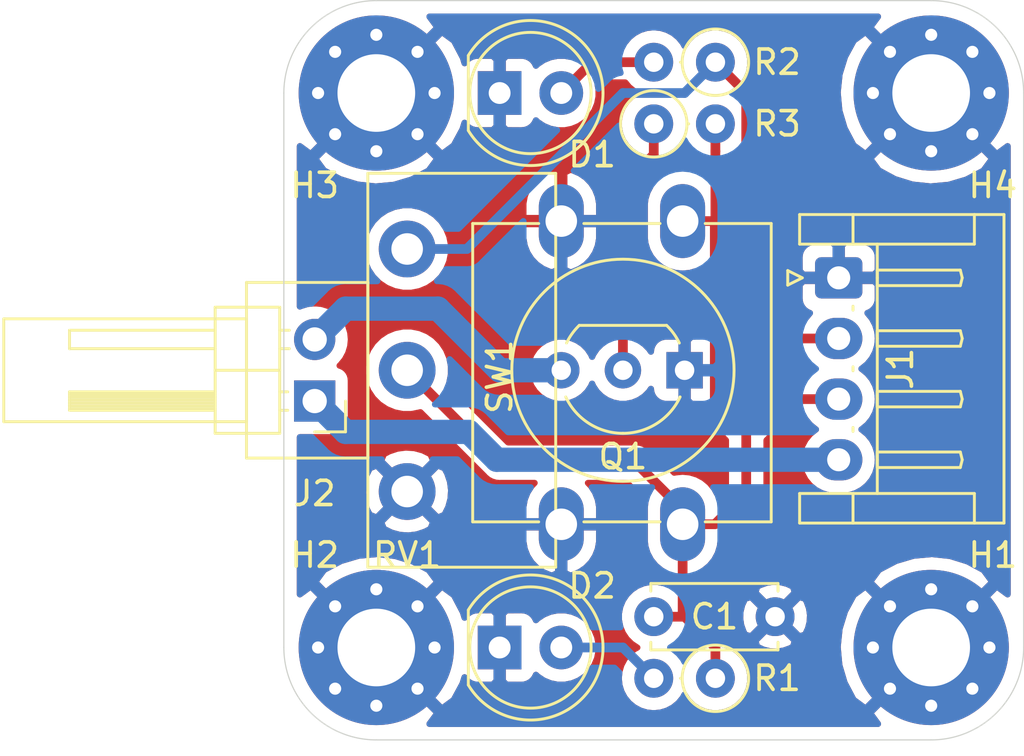
<source format=kicad_pcb>
(kicad_pcb (version 20171130) (host pcbnew "(5.1.9)-1")

  (general
    (thickness 1.6)
    (drawings 8)
    (tracks 43)
    (zones 0)
    (modules 15)
    (nets 9)
  )

  (page A4)
  (layers
    (0 F.Cu signal)
    (31 B.Cu signal)
    (32 B.Adhes user)
    (33 F.Adhes user)
    (34 B.Paste user)
    (35 F.Paste user)
    (36 B.SilkS user)
    (37 F.SilkS user)
    (38 B.Mask user)
    (39 F.Mask user)
    (40 Dwgs.User user)
    (41 Cmts.User user)
    (42 Eco1.User user)
    (43 Eco2.User user)
    (44 Edge.Cuts user)
    (45 Margin user)
    (46 B.CrtYd user)
    (47 F.CrtYd user)
    (48 B.Fab user hide)
    (49 F.Fab user hide)
  )

  (setup
    (last_trace_width 0.25)
    (user_trace_width 0.4)
    (user_trace_width 0.6)
    (user_trace_width 0.8)
    (user_trace_width 1)
    (user_trace_width 1.2)
    (trace_clearance 0.2)
    (zone_clearance 0.508)
    (zone_45_only no)
    (trace_min 0.2)
    (via_size 0.8)
    (via_drill 0.4)
    (via_min_size 0.4)
    (via_min_drill 0.3)
    (uvia_size 0.3)
    (uvia_drill 0.1)
    (uvias_allowed no)
    (uvia_min_size 0.2)
    (uvia_min_drill 0.1)
    (edge_width 0.05)
    (segment_width 0.2)
    (pcb_text_width 0.3)
    (pcb_text_size 1.5 1.5)
    (mod_edge_width 0.12)
    (mod_text_size 1 1)
    (mod_text_width 0.15)
    (pad_size 1.524 1.524)
    (pad_drill 0.762)
    (pad_to_mask_clearance 0.051)
    (solder_mask_min_width 0.25)
    (aux_axis_origin 0 0)
    (visible_elements 7FFFFFFF)
    (pcbplotparams
      (layerselection 0x010fc_ffffffff)
      (usegerberextensions false)
      (usegerberattributes false)
      (usegerberadvancedattributes false)
      (creategerberjobfile false)
      (excludeedgelayer true)
      (linewidth 0.100000)
      (plotframeref false)
      (viasonmask false)
      (mode 1)
      (useauxorigin false)
      (hpglpennumber 1)
      (hpglpenspeed 20)
      (hpglpendiameter 15.000000)
      (psnegative false)
      (psa4output false)
      (plotreference true)
      (plotvalue true)
      (plotinvisibletext false)
      (padsonsilk false)
      (subtractmaskfromsilk false)
      (outputformat 1)
      (mirror false)
      (drillshape 0)
      (scaleselection 1)
      (outputdirectory "GERBER/"))
  )

  (net 0 "")
  (net 1 GND)
  (net 2 /D_A)
  (net 3 "Net-(D1-Pad2)")
  (net 4 "Net-(D2-Pad2)")
  (net 5 /D_B)
  (net 6 VBUS)
  (net 7 "Net-(J2-Pad2)")
  (net 8 "Net-(Q1-Pad2)")

  (net_class Default "Toto je výchozí třída sítě."
    (clearance 0.2)
    (trace_width 0.25)
    (via_dia 0.8)
    (via_drill 0.4)
    (uvia_dia 0.3)
    (uvia_drill 0.1)
    (add_net /D_A)
    (add_net /D_B)
    (add_net GND)
    (add_net "Net-(D1-Pad2)")
    (add_net "Net-(D2-Pad2)")
    (add_net "Net-(J2-Pad2)")
    (add_net "Net-(Q1-Pad2)")
    (add_net VBUS)
  )

  (module Connector_JST:JST_EH_S4B-EH_1x04_P2.50mm_Horizontal (layer F.Cu) (tedit 5C281425) (tstamp 5FFF7176)
    (at 152.4 100.33 270)
    (descr "JST EH series connector, S4B-EH (http://www.jst-mfg.com/product/pdf/eng/eEH.pdf), generated with kicad-footprint-generator")
    (tags "connector JST EH horizontal")
    (path /5FFFB006)
    (fp_text reference J1 (at 3.75 -2.54 90) (layer F.SilkS)
      (effects (font (size 1 1) (thickness 0.15)))
    )
    (fp_text value Conn_01x04 (at 3.75 2.7 90) (layer F.Fab)
      (effects (font (size 1 1) (thickness 0.15)))
    )
    (fp_line (start 0 -1.407107) (end 0.5 -0.7) (layer F.Fab) (width 0.1))
    (fp_line (start -0.5 -0.7) (end 0 -1.407107) (layer F.Fab) (width 0.1))
    (fp_line (start 0.3 2.1) (end 0 1.5) (layer F.SilkS) (width 0.12))
    (fp_line (start -0.3 2.1) (end 0.3 2.1) (layer F.SilkS) (width 0.12))
    (fp_line (start 0 1.5) (end -0.3 2.1) (layer F.SilkS) (width 0.12))
    (fp_line (start 7.82 -1.59) (end 7.5 -1.59) (layer F.SilkS) (width 0.12))
    (fp_line (start 7.82 -5.01) (end 7.82 -1.59) (layer F.SilkS) (width 0.12))
    (fp_line (start 7.5 -5.09) (end 7.82 -5.01) (layer F.SilkS) (width 0.12))
    (fp_line (start 7.18 -5.01) (end 7.5 -5.09) (layer F.SilkS) (width 0.12))
    (fp_line (start 7.18 -1.59) (end 7.18 -5.01) (layer F.SilkS) (width 0.12))
    (fp_line (start 7.5 -1.59) (end 7.18 -1.59) (layer F.SilkS) (width 0.12))
    (fp_line (start 6.17 -0.59) (end 6.33 -0.59) (layer F.SilkS) (width 0.12))
    (fp_line (start 5.32 -1.59) (end 5 -1.59) (layer F.SilkS) (width 0.12))
    (fp_line (start 5.32 -5.01) (end 5.32 -1.59) (layer F.SilkS) (width 0.12))
    (fp_line (start 5 -5.09) (end 5.32 -5.01) (layer F.SilkS) (width 0.12))
    (fp_line (start 4.68 -5.01) (end 5 -5.09) (layer F.SilkS) (width 0.12))
    (fp_line (start 4.68 -1.59) (end 4.68 -5.01) (layer F.SilkS) (width 0.12))
    (fp_line (start 5 -1.59) (end 4.68 -1.59) (layer F.SilkS) (width 0.12))
    (fp_line (start 3.67 -0.59) (end 3.83 -0.59) (layer F.SilkS) (width 0.12))
    (fp_line (start 2.82 -1.59) (end 2.5 -1.59) (layer F.SilkS) (width 0.12))
    (fp_line (start 2.82 -5.01) (end 2.82 -1.59) (layer F.SilkS) (width 0.12))
    (fp_line (start 2.5 -5.09) (end 2.82 -5.01) (layer F.SilkS) (width 0.12))
    (fp_line (start 2.18 -5.01) (end 2.5 -5.09) (layer F.SilkS) (width 0.12))
    (fp_line (start 2.18 -1.59) (end 2.18 -5.01) (layer F.SilkS) (width 0.12))
    (fp_line (start 2.5 -1.59) (end 2.18 -1.59) (layer F.SilkS) (width 0.12))
    (fp_line (start 1.17 -0.59) (end 1.33 -0.59) (layer F.SilkS) (width 0.12))
    (fp_line (start 0.32 -1.59) (end 0 -1.59) (layer F.SilkS) (width 0.12))
    (fp_line (start 0.32 -5.01) (end 0.32 -1.59) (layer F.SilkS) (width 0.12))
    (fp_line (start 0 -5.09) (end 0.32 -5.01) (layer F.SilkS) (width 0.12))
    (fp_line (start -0.32 -5.01) (end 0 -5.09) (layer F.SilkS) (width 0.12))
    (fp_line (start -0.32 -1.59) (end -0.32 -5.01) (layer F.SilkS) (width 0.12))
    (fp_line (start 0 -1.59) (end -0.32 -1.59) (layer F.SilkS) (width 0.12))
    (fp_line (start -1.39 -1.59) (end 8.89 -1.59) (layer F.SilkS) (width 0.12))
    (fp_line (start 8.89 -0.59) (end 10.11 -0.59) (layer F.SilkS) (width 0.12))
    (fp_line (start 8.89 -5.59) (end 8.89 -0.59) (layer F.SilkS) (width 0.12))
    (fp_line (start 10.11 -5.59) (end 8.89 -5.59) (layer F.SilkS) (width 0.12))
    (fp_line (start -1.39 -0.59) (end -2.61 -0.59) (layer F.SilkS) (width 0.12))
    (fp_line (start -1.39 -5.59) (end -1.39 -0.59) (layer F.SilkS) (width 0.12))
    (fp_line (start -2.61 -5.59) (end -1.39 -5.59) (layer F.SilkS) (width 0.12))
    (fp_line (start 8.89 1.61) (end 8.89 -0.59) (layer F.SilkS) (width 0.12))
    (fp_line (start 10.11 1.61) (end 8.89 1.61) (layer F.SilkS) (width 0.12))
    (fp_line (start 10.11 -6.81) (end 10.11 1.61) (layer F.SilkS) (width 0.12))
    (fp_line (start -2.61 -6.81) (end 10.11 -6.81) (layer F.SilkS) (width 0.12))
    (fp_line (start -2.61 1.61) (end -2.61 -6.81) (layer F.SilkS) (width 0.12))
    (fp_line (start -1.39 1.61) (end -2.61 1.61) (layer F.SilkS) (width 0.12))
    (fp_line (start -1.39 -0.59) (end -1.39 1.61) (layer F.SilkS) (width 0.12))
    (fp_line (start 10.5 -7.2) (end -3 -7.2) (layer F.CrtYd) (width 0.05))
    (fp_line (start 10.5 2) (end 10.5 -7.2) (layer F.CrtYd) (width 0.05))
    (fp_line (start -3 2) (end 10.5 2) (layer F.CrtYd) (width 0.05))
    (fp_line (start -3 -7.2) (end -3 2) (layer F.CrtYd) (width 0.05))
    (fp_line (start 9 -0.7) (end -1.5 -0.7) (layer F.Fab) (width 0.1))
    (fp_line (start 9 1.5) (end 9 -0.7) (layer F.Fab) (width 0.1))
    (fp_line (start 10 1.5) (end 9 1.5) (layer F.Fab) (width 0.1))
    (fp_line (start 10 -6.7) (end 10 1.5) (layer F.Fab) (width 0.1))
    (fp_line (start -2.5 -6.7) (end 10 -6.7) (layer F.Fab) (width 0.1))
    (fp_line (start -2.5 1.5) (end -2.5 -6.7) (layer F.Fab) (width 0.1))
    (fp_line (start -1.5 1.5) (end -2.5 1.5) (layer F.Fab) (width 0.1))
    (fp_line (start -1.5 -0.7) (end -1.5 1.5) (layer F.Fab) (width 0.1))
    (fp_text user %R (at 3.75 -2.6 90) (layer F.Fab)
      (effects (font (size 1 1) (thickness 0.15)))
    )
    (pad 1 thru_hole roundrect (at 0 0 270) (size 1.7 1.95) (drill 0.95) (layers *.Cu *.Mask) (roundrect_rratio 0.147059)
      (net 1 GND))
    (pad 2 thru_hole oval (at 2.5 0 270) (size 1.7 1.95) (drill 0.95) (layers *.Cu *.Mask)
      (net 5 /D_B))
    (pad 3 thru_hole oval (at 5 0 270) (size 1.7 1.95) (drill 0.95) (layers *.Cu *.Mask)
      (net 2 /D_A))
    (pad 4 thru_hole oval (at 7.5 0 270) (size 1.7 1.95) (drill 0.95) (layers *.Cu *.Mask)
      (net 6 VBUS))
    (model ${KISYS3DMOD}/Connector_JST.3dshapes/JST_EH_S4B-EH_1x04_P2.50mm_Horizontal.wrl
      (at (xyz 0 0 0))
      (scale (xyz 1 1 1))
      (rotate (xyz 0 0 0))
    )
  )

  (module MountingHole:MountingHole_3.2mm_M3_Pad_Via (layer F.Cu) (tedit 56DDBCCA) (tstamp 5FFF7103)
    (at 156.21 115.57)
    (descr "Mounting Hole 3.2mm, M3")
    (tags "mounting hole 3.2mm m3")
    (path /5FFF6141)
    (attr virtual)
    (fp_text reference H1 (at 2.54 -3.81) (layer F.SilkS)
      (effects (font (size 1 1) (thickness 0.15)))
    )
    (fp_text value MountingHole_Pad (at 0 4.2) (layer F.Fab)
      (effects (font (size 1 1) (thickness 0.15)))
    )
    (fp_circle (center 0 0) (end 3.45 0) (layer F.CrtYd) (width 0.05))
    (fp_circle (center 0 0) (end 3.2 0) (layer Cmts.User) (width 0.15))
    (fp_text user %R (at 0.3 0) (layer F.Fab)
      (effects (font (size 1 1) (thickness 0.15)))
    )
    (pad 1 thru_hole circle (at 0 0) (size 6.4 6.4) (drill 3.2) (layers *.Cu *.Mask)
      (net 1 GND))
    (pad 1 thru_hole circle (at 2.4 0) (size 0.8 0.8) (drill 0.5) (layers *.Cu *.Mask)
      (net 1 GND))
    (pad 1 thru_hole circle (at 1.697056 1.697056) (size 0.8 0.8) (drill 0.5) (layers *.Cu *.Mask)
      (net 1 GND))
    (pad 1 thru_hole circle (at 0 2.4) (size 0.8 0.8) (drill 0.5) (layers *.Cu *.Mask)
      (net 1 GND))
    (pad 1 thru_hole circle (at -1.697056 1.697056) (size 0.8 0.8) (drill 0.5) (layers *.Cu *.Mask)
      (net 1 GND))
    (pad 1 thru_hole circle (at -2.4 0) (size 0.8 0.8) (drill 0.5) (layers *.Cu *.Mask)
      (net 1 GND))
    (pad 1 thru_hole circle (at -1.697056 -1.697056) (size 0.8 0.8) (drill 0.5) (layers *.Cu *.Mask)
      (net 1 GND))
    (pad 1 thru_hole circle (at 0 -2.4) (size 0.8 0.8) (drill 0.5) (layers *.Cu *.Mask)
      (net 1 GND))
    (pad 1 thru_hole circle (at 1.697056 -1.697056) (size 0.8 0.8) (drill 0.5) (layers *.Cu *.Mask)
      (net 1 GND))
  )

  (module MountingHole:MountingHole_3.2mm_M3_Pad_Via (layer F.Cu) (tedit 56DDBCCA) (tstamp 5FFF7113)
    (at 133.35 115.57)
    (descr "Mounting Hole 3.2mm, M3")
    (tags "mounting hole 3.2mm m3")
    (path /5FFF6679)
    (attr virtual)
    (fp_text reference H2 (at -2.54 -3.81) (layer F.SilkS)
      (effects (font (size 1 1) (thickness 0.15)))
    )
    (fp_text value MountingHole_Pad (at 0 4.2) (layer F.Fab)
      (effects (font (size 1 1) (thickness 0.15)))
    )
    (fp_circle (center 0 0) (end 3.2 0) (layer Cmts.User) (width 0.15))
    (fp_circle (center 0 0) (end 3.45 0) (layer F.CrtYd) (width 0.05))
    (fp_text user %R (at 0.3 0) (layer F.Fab)
      (effects (font (size 1 1) (thickness 0.15)))
    )
    (pad 1 thru_hole circle (at 1.697056 -1.697056) (size 0.8 0.8) (drill 0.5) (layers *.Cu *.Mask)
      (net 1 GND))
    (pad 1 thru_hole circle (at 0 -2.4) (size 0.8 0.8) (drill 0.5) (layers *.Cu *.Mask)
      (net 1 GND))
    (pad 1 thru_hole circle (at -1.697056 -1.697056) (size 0.8 0.8) (drill 0.5) (layers *.Cu *.Mask)
      (net 1 GND))
    (pad 1 thru_hole circle (at -2.4 0) (size 0.8 0.8) (drill 0.5) (layers *.Cu *.Mask)
      (net 1 GND))
    (pad 1 thru_hole circle (at -1.697056 1.697056) (size 0.8 0.8) (drill 0.5) (layers *.Cu *.Mask)
      (net 1 GND))
    (pad 1 thru_hole circle (at 0 2.4) (size 0.8 0.8) (drill 0.5) (layers *.Cu *.Mask)
      (net 1 GND))
    (pad 1 thru_hole circle (at 1.697056 1.697056) (size 0.8 0.8) (drill 0.5) (layers *.Cu *.Mask)
      (net 1 GND))
    (pad 1 thru_hole circle (at 2.4 0) (size 0.8 0.8) (drill 0.5) (layers *.Cu *.Mask)
      (net 1 GND))
    (pad 1 thru_hole circle (at 0 0) (size 6.4 6.4) (drill 3.2) (layers *.Cu *.Mask)
      (net 1 GND))
  )

  (module MountingHole:MountingHole_3.2mm_M3_Pad_Via (layer F.Cu) (tedit 56DDBCCA) (tstamp 5FFF7123)
    (at 133.35 92.71)
    (descr "Mounting Hole 3.2mm, M3")
    (tags "mounting hole 3.2mm m3")
    (path /5FFF696F)
    (attr virtual)
    (fp_text reference H3 (at -2.54 3.81) (layer F.SilkS)
      (effects (font (size 1 1) (thickness 0.15)))
    )
    (fp_text value MountingHole_Pad (at 0 4.2) (layer F.Fab)
      (effects (font (size 1 1) (thickness 0.15)))
    )
    (fp_circle (center 0 0) (end 3.45 0) (layer F.CrtYd) (width 0.05))
    (fp_circle (center 0 0) (end 3.2 0) (layer Cmts.User) (width 0.15))
    (fp_text user %R (at 0.3 0) (layer F.Fab)
      (effects (font (size 1 1) (thickness 0.15)))
    )
    (pad 1 thru_hole circle (at 0 0) (size 6.4 6.4) (drill 3.2) (layers *.Cu *.Mask)
      (net 1 GND))
    (pad 1 thru_hole circle (at 2.4 0) (size 0.8 0.8) (drill 0.5) (layers *.Cu *.Mask)
      (net 1 GND))
    (pad 1 thru_hole circle (at 1.697056 1.697056) (size 0.8 0.8) (drill 0.5) (layers *.Cu *.Mask)
      (net 1 GND))
    (pad 1 thru_hole circle (at 0 2.4) (size 0.8 0.8) (drill 0.5) (layers *.Cu *.Mask)
      (net 1 GND))
    (pad 1 thru_hole circle (at -1.697056 1.697056) (size 0.8 0.8) (drill 0.5) (layers *.Cu *.Mask)
      (net 1 GND))
    (pad 1 thru_hole circle (at -2.4 0) (size 0.8 0.8) (drill 0.5) (layers *.Cu *.Mask)
      (net 1 GND))
    (pad 1 thru_hole circle (at -1.697056 -1.697056) (size 0.8 0.8) (drill 0.5) (layers *.Cu *.Mask)
      (net 1 GND))
    (pad 1 thru_hole circle (at 0 -2.4) (size 0.8 0.8) (drill 0.5) (layers *.Cu *.Mask)
      (net 1 GND))
    (pad 1 thru_hole circle (at 1.697056 -1.697056) (size 0.8 0.8) (drill 0.5) (layers *.Cu *.Mask)
      (net 1 GND))
  )

  (module MountingHole:MountingHole_3.2mm_M3_Pad_Via (layer F.Cu) (tedit 56DDBCCA) (tstamp 5FFF7133)
    (at 156.21 92.71)
    (descr "Mounting Hole 3.2mm, M3")
    (tags "mounting hole 3.2mm m3")
    (path /5FFF6CC7)
    (attr virtual)
    (fp_text reference H4 (at 2.54 3.81) (layer F.SilkS)
      (effects (font (size 1 1) (thickness 0.15)))
    )
    (fp_text value MountingHole_Pad (at 0 4.2) (layer F.Fab)
      (effects (font (size 1 1) (thickness 0.15)))
    )
    (fp_circle (center 0 0) (end 3.2 0) (layer Cmts.User) (width 0.15))
    (fp_circle (center 0 0) (end 3.45 0) (layer F.CrtYd) (width 0.05))
    (fp_text user %R (at 0.3 0) (layer F.Fab)
      (effects (font (size 1 1) (thickness 0.15)))
    )
    (pad 1 thru_hole circle (at 1.697056 -1.697056) (size 0.8 0.8) (drill 0.5) (layers *.Cu *.Mask)
      (net 1 GND))
    (pad 1 thru_hole circle (at 0 -2.4) (size 0.8 0.8) (drill 0.5) (layers *.Cu *.Mask)
      (net 1 GND))
    (pad 1 thru_hole circle (at -1.697056 -1.697056) (size 0.8 0.8) (drill 0.5) (layers *.Cu *.Mask)
      (net 1 GND))
    (pad 1 thru_hole circle (at -2.4 0) (size 0.8 0.8) (drill 0.5) (layers *.Cu *.Mask)
      (net 1 GND))
    (pad 1 thru_hole circle (at -1.697056 1.697056) (size 0.8 0.8) (drill 0.5) (layers *.Cu *.Mask)
      (net 1 GND))
    (pad 1 thru_hole circle (at 0 2.4) (size 0.8 0.8) (drill 0.5) (layers *.Cu *.Mask)
      (net 1 GND))
    (pad 1 thru_hole circle (at 1.697056 1.697056) (size 0.8 0.8) (drill 0.5) (layers *.Cu *.Mask)
      (net 1 GND))
    (pad 1 thru_hole circle (at 2.4 0) (size 0.8 0.8) (drill 0.5) (layers *.Cu *.Mask)
      (net 1 GND))
    (pad 1 thru_hole circle (at 0 0) (size 6.4 6.4) (drill 3.2) (layers *.Cu *.Mask)
      (net 1 GND))
  )

  (module Potentiometer_THT:Potentiometer_Piher_T-16H_Single_Horizontal (layer F.Cu) (tedit 5A3D4993) (tstamp 5FFF719A)
    (at 134.62 99.14 180)
    (descr "Potentiometer, horizontal, Piher T-16H Single, http://www.piher-nacesa.com/pdf/22-T16v03.pdf")
    (tags "Potentiometer horizontal Piher T-16H Single")
    (path /5FFFBA04)
    (fp_text reference RV1 (at 0 -12.62) (layer F.SilkS)
      (effects (font (size 1 1) (thickness 0.15)))
    )
    (fp_text value R_POT (at 0 4.25) (layer F.Fab)
      (effects (font (size 1 1) (thickness 0.15)))
    )
    (fp_line (start 16.75 -13.25) (end -6.25 -13.25) (layer F.CrtYd) (width 0.05))
    (fp_line (start 16.75 3.25) (end 16.75 -13.25) (layer F.CrtYd) (width 0.05))
    (fp_line (start -6.25 3.25) (end 16.75 3.25) (layer F.CrtYd) (width 0.05))
    (fp_line (start -6.25 -13.25) (end -6.25 3.25) (layer F.CrtYd) (width 0.05))
    (fp_line (start 16.62 -7.12) (end 16.62 -2.88) (layer F.SilkS) (width 0.12))
    (fp_line (start 6.62 -7.12) (end 6.62 -2.88) (layer F.SilkS) (width 0.12))
    (fp_line (start 6.62 -2.88) (end 16.62 -2.88) (layer F.SilkS) (width 0.12))
    (fp_line (start 6.62 -7.12) (end 16.62 -7.12) (layer F.SilkS) (width 0.12))
    (fp_line (start 6.62 -8.62) (end 6.62 -1.38) (layer F.SilkS) (width 0.12))
    (fp_line (start 1.62 -8.62) (end 1.62 -1.38) (layer F.SilkS) (width 0.12))
    (fp_line (start 1.62 -1.38) (end 6.62 -1.38) (layer F.SilkS) (width 0.12))
    (fp_line (start 1.62 -8.62) (end 6.62 -8.62) (layer F.SilkS) (width 0.12))
    (fp_line (start 1.62 -13.12) (end 1.62 3.12) (layer F.SilkS) (width 0.12))
    (fp_line (start -6.12 -13.12) (end -6.12 3.12) (layer F.SilkS) (width 0.12))
    (fp_line (start -6.12 3.12) (end 1.62 3.12) (layer F.SilkS) (width 0.12))
    (fp_line (start -6.12 -13.12) (end 1.62 -13.12) (layer F.SilkS) (width 0.12))
    (fp_line (start 16.5 -7) (end 6.5 -7) (layer F.Fab) (width 0.1))
    (fp_line (start 16.5 -3) (end 16.5 -7) (layer F.Fab) (width 0.1))
    (fp_line (start 6.5 -3) (end 16.5 -3) (layer F.Fab) (width 0.1))
    (fp_line (start 6.5 -7) (end 6.5 -3) (layer F.Fab) (width 0.1))
    (fp_line (start 6.5 -8.5) (end 1.5 -8.5) (layer F.Fab) (width 0.1))
    (fp_line (start 6.5 -1.5) (end 6.5 -8.5) (layer F.Fab) (width 0.1))
    (fp_line (start 1.5 -1.5) (end 6.5 -1.5) (layer F.Fab) (width 0.1))
    (fp_line (start 1.5 -8.5) (end 1.5 -1.5) (layer F.Fab) (width 0.1))
    (fp_line (start 1.5 -13) (end -6 -13) (layer F.Fab) (width 0.1))
    (fp_line (start 1.5 3) (end 1.5 -13) (layer F.Fab) (width 0.1))
    (fp_line (start -6 3) (end 1.5 3) (layer F.Fab) (width 0.1))
    (fp_line (start -6 -13) (end -6 3) (layer F.Fab) (width 0.1))
    (fp_text user %R (at -2.25 -5) (layer F.Fab)
      (effects (font (size 1 1) (thickness 0.15)))
    )
    (pad 3 thru_hole circle (at 0 -10 180) (size 2.34 2.34) (drill 1.3) (layers *.Cu *.Mask)
      (net 1 GND))
    (pad 2 thru_hole circle (at 0 -5 180) (size 2.34 2.34) (drill 1.3) (layers *.Cu *.Mask)
      (net 2 /D_A))
    (pad 1 thru_hole circle (at 0 0 180) (size 2.34 2.34) (drill 1.3) (layers *.Cu *.Mask)
      (net 5 /D_B))
    (model ${KISYS3DMOD}/Potentiometer_THT.3dshapes/Potentiometer_Piher_T-16H_Single_Horizontal.wrl
      (at (xyz 0 0 0))
      (scale (xyz 1 1 1))
      (rotate (xyz 0 0 0))
    )
  )

  (module Button_Switch_THT:SW_PUSH-12mm (layer F.Cu) (tedit 5D160D14) (tstamp 5FFF71B4)
    (at 140.97 110.49 90)
    (descr "SW PUSH 12mm https://www.e-switch.com/system/asset/product_line/data_sheet/143/TL1100.pdf")
    (tags "tact sw push 12mm")
    (path /5FFFD2A1)
    (fp_text reference SW1 (at 6.08 -2.54 90) (layer F.SilkS)
      (effects (font (size 1 1) (thickness 0.15)))
    )
    (fp_text value SW_Push_12mm (at 6.62 9.93 90) (layer F.Fab)
      (effects (font (size 1 1) (thickness 0.15)))
    )
    (fp_line (start 12.4 -3.65) (end 12.4 -0.93) (layer F.SilkS) (width 0.12))
    (fp_line (start 12.4 5.93) (end 12.4 8.65) (layer F.SilkS) (width 0.12))
    (fp_line (start 0.1 4.07) (end 0.1 0.93) (layer F.SilkS) (width 0.12))
    (fp_line (start 0.1 8.65) (end 0.1 5.93) (layer F.SilkS) (width 0.12))
    (fp_line (start 0.25 -3.5) (end 0.25 8.5) (layer F.Fab) (width 0.1))
    (fp_circle (center 6.35 2.54) (end 10.16 5.08) (layer F.SilkS) (width 0.12))
    (fp_line (start 14.25 8.75) (end -1.77 8.75) (layer F.CrtYd) (width 0.05))
    (fp_line (start 14.25 8.75) (end 14.25 -3.75) (layer F.CrtYd) (width 0.05))
    (fp_line (start -1.77 -3.75) (end -1.77 8.75) (layer F.CrtYd) (width 0.05))
    (fp_line (start -1.77 -3.75) (end 14.25 -3.75) (layer F.CrtYd) (width 0.05))
    (fp_line (start 0.1 -0.93) (end 0.1 -3.65) (layer F.SilkS) (width 0.12))
    (fp_line (start 12.4 8.65) (end 0.1 8.65) (layer F.SilkS) (width 0.12))
    (fp_line (start 12.4 0.93) (end 12.4 4.07) (layer F.SilkS) (width 0.12))
    (fp_line (start 0.1 -3.65) (end 12.4 -3.65) (layer F.SilkS) (width 0.12))
    (fp_line (start 12.25 -3.5) (end 12.25 8.5) (layer F.Fab) (width 0.1))
    (fp_line (start 0.25 -3.5) (end 12.25 -3.5) (layer F.Fab) (width 0.1))
    (fp_line (start 0.25 8.5) (end 12.25 8.5) (layer F.Fab) (width 0.1))
    (fp_text user %R (at 6.35 2.54 90) (layer F.Fab)
      (effects (font (size 1 1) (thickness 0.15)))
    )
    (pad 1 thru_hole oval (at 12.5 0 90) (size 3.048 1.85) (drill 1.3) (layers *.Cu *.Mask)
      (net 1 GND))
    (pad 2 thru_hole oval (at 12.5 5 90) (size 3.048 1.85) (drill 1.3) (layers *.Cu *.Mask)
      (net 2 /D_A))
    (pad 1 thru_hole oval (at 0 0 90) (size 3.048 1.85) (drill 1.3) (layers *.Cu *.Mask)
      (net 1 GND))
    (pad 2 thru_hole oval (at 0 5 90) (size 3.048 1.85) (drill 1.3) (layers *.Cu *.Mask)
      (net 2 /D_A))
    (model ${KISYS3DMOD}/Button_Switch_THT.3dshapes/SW_PUSH-12mm.wrl
      (at (xyz 0 0 0))
      (scale (xyz 1 1 1))
      (rotate (xyz 0 0 0))
    )
    (model ${KISYS3DMOD}/Button_Switch_THT.3dshapes/SW_PUSH_6mm_H7.3mm.step
      (offset (xyz 0 2 0))
      (scale (xyz 2 2 1))
      (rotate (xyz 0 0 0))
    )
  )

  (module Capacitor_THT:C_Disc_D5.0mm_W2.5mm_P5.00mm (layer F.Cu) (tedit 5AE50EF0) (tstamp 5FFF8001)
    (at 144.78 114.3)
    (descr "C, Disc series, Radial, pin pitch=5.00mm, , diameter*width=5*2.5mm^2, Capacitor, http://cdn-reichelt.de/documents/datenblatt/B300/DS_KERKO_TC.pdf")
    (tags "C Disc series Radial pin pitch 5.00mm  diameter 5mm width 2.5mm Capacitor")
    (path /5FFFFA17)
    (fp_text reference C1 (at 2.5 0) (layer F.SilkS)
      (effects (font (size 1 1) (thickness 0.15)))
    )
    (fp_text value 47n (at 2.5 2.5) (layer F.Fab)
      (effects (font (size 1 1) (thickness 0.15)))
    )
    (fp_line (start 6.05 -1.5) (end -1.05 -1.5) (layer F.CrtYd) (width 0.05))
    (fp_line (start 6.05 1.5) (end 6.05 -1.5) (layer F.CrtYd) (width 0.05))
    (fp_line (start -1.05 1.5) (end 6.05 1.5) (layer F.CrtYd) (width 0.05))
    (fp_line (start -1.05 -1.5) (end -1.05 1.5) (layer F.CrtYd) (width 0.05))
    (fp_line (start 5.12 1.055) (end 5.12 1.37) (layer F.SilkS) (width 0.12))
    (fp_line (start 5.12 -1.37) (end 5.12 -1.055) (layer F.SilkS) (width 0.12))
    (fp_line (start -0.12 1.055) (end -0.12 1.37) (layer F.SilkS) (width 0.12))
    (fp_line (start -0.12 -1.37) (end -0.12 -1.055) (layer F.SilkS) (width 0.12))
    (fp_line (start -0.12 1.37) (end 5.12 1.37) (layer F.SilkS) (width 0.12))
    (fp_line (start -0.12 -1.37) (end 5.12 -1.37) (layer F.SilkS) (width 0.12))
    (fp_line (start 5 -1.25) (end 0 -1.25) (layer F.Fab) (width 0.1))
    (fp_line (start 5 1.25) (end 5 -1.25) (layer F.Fab) (width 0.1))
    (fp_line (start 0 1.25) (end 5 1.25) (layer F.Fab) (width 0.1))
    (fp_line (start 0 -1.25) (end 0 1.25) (layer F.Fab) (width 0.1))
    (fp_text user %R (at 2.5 0) (layer F.Fab)
      (effects (font (size 1 1) (thickness 0.15)))
    )
    (pad 1 thru_hole circle (at 0 0) (size 1.6 1.6) (drill 0.8) (layers *.Cu *.Mask)
      (net 2 /D_A))
    (pad 2 thru_hole circle (at 5 0) (size 1.6 1.6) (drill 0.8) (layers *.Cu *.Mask)
      (net 1 GND))
    (model ${KISYS3DMOD}/Capacitor_THT.3dshapes/C_Disc_D5.0mm_W2.5mm_P5.00mm.wrl
      (at (xyz 0 0 0))
      (scale (xyz 1 1 1))
      (rotate (xyz 0 0 0))
    )
  )

  (module LED_THT:LED_D5.0mm (layer F.Cu) (tedit 5995936A) (tstamp 5FFF8013)
    (at 138.43 92.71)
    (descr "LED, diameter 5.0mm, 2 pins, http://cdn-reichelt.de/documents/datenblatt/A500/LL-504BC2E-009.pdf")
    (tags "LED diameter 5.0mm 2 pins")
    (path /5FFFC79B)
    (fp_text reference D1 (at 3.81 2.54) (layer F.SilkS)
      (effects (font (size 1 1) (thickness 0.15)))
    )
    (fp_text value LED (at 1.27 3.96) (layer F.Fab)
      (effects (font (size 1 1) (thickness 0.15)))
    )
    (fp_line (start 4.5 -3.25) (end -1.95 -3.25) (layer F.CrtYd) (width 0.05))
    (fp_line (start 4.5 3.25) (end 4.5 -3.25) (layer F.CrtYd) (width 0.05))
    (fp_line (start -1.95 3.25) (end 4.5 3.25) (layer F.CrtYd) (width 0.05))
    (fp_line (start -1.95 -3.25) (end -1.95 3.25) (layer F.CrtYd) (width 0.05))
    (fp_line (start -1.29 -1.545) (end -1.29 1.545) (layer F.SilkS) (width 0.12))
    (fp_line (start -1.23 -1.469694) (end -1.23 1.469694) (layer F.Fab) (width 0.1))
    (fp_circle (center 1.27 0) (end 3.77 0) (layer F.SilkS) (width 0.12))
    (fp_circle (center 1.27 0) (end 3.77 0) (layer F.Fab) (width 0.1))
    (fp_arc (start 1.27 0) (end -1.23 -1.469694) (angle 299.1) (layer F.Fab) (width 0.1))
    (fp_arc (start 1.27 0) (end -1.29 -1.54483) (angle 148.9) (layer F.SilkS) (width 0.12))
    (fp_arc (start 1.27 0) (end -1.29 1.54483) (angle -148.9) (layer F.SilkS) (width 0.12))
    (fp_text user %R (at 1.25 0) (layer F.Fab)
      (effects (font (size 0.8 0.8) (thickness 0.2)))
    )
    (pad 1 thru_hole rect (at 0 0) (size 1.8 1.8) (drill 0.9) (layers *.Cu *.Mask)
      (net 1 GND))
    (pad 2 thru_hole circle (at 2.54 0) (size 1.8 1.8) (drill 0.9) (layers *.Cu *.Mask)
      (net 3 "Net-(D1-Pad2)"))
    (model ${KISYS3DMOD}/LED_THT.3dshapes/LED_D5.0mm.wrl
      (at (xyz 0 0 0))
      (scale (xyz 1 1 1))
      (rotate (xyz 0 0 0))
    )
  )

  (module LED_THT:LED_D5.0mm (layer F.Cu) (tedit 5995936A) (tstamp 5FFF8025)
    (at 138.43 115.57)
    (descr "LED, diameter 5.0mm, 2 pins, http://cdn-reichelt.de/documents/datenblatt/A500/LL-504BC2E-009.pdf")
    (tags "LED diameter 5.0mm 2 pins")
    (path /5FFFCD97)
    (fp_text reference D2 (at 3.81 -2.54) (layer F.SilkS)
      (effects (font (size 1 1) (thickness 0.15)))
    )
    (fp_text value LED (at 1.27 3.96) (layer F.Fab)
      (effects (font (size 1 1) (thickness 0.15)))
    )
    (fp_circle (center 1.27 0) (end 3.77 0) (layer F.Fab) (width 0.1))
    (fp_circle (center 1.27 0) (end 3.77 0) (layer F.SilkS) (width 0.12))
    (fp_line (start -1.23 -1.469694) (end -1.23 1.469694) (layer F.Fab) (width 0.1))
    (fp_line (start -1.29 -1.545) (end -1.29 1.545) (layer F.SilkS) (width 0.12))
    (fp_line (start -1.95 -3.25) (end -1.95 3.25) (layer F.CrtYd) (width 0.05))
    (fp_line (start -1.95 3.25) (end 4.5 3.25) (layer F.CrtYd) (width 0.05))
    (fp_line (start 4.5 3.25) (end 4.5 -3.25) (layer F.CrtYd) (width 0.05))
    (fp_line (start 4.5 -3.25) (end -1.95 -3.25) (layer F.CrtYd) (width 0.05))
    (fp_text user %R (at 1.25 0) (layer F.Fab)
      (effects (font (size 0.8 0.8) (thickness 0.2)))
    )
    (fp_arc (start 1.27 0) (end -1.29 1.54483) (angle -148.9) (layer F.SilkS) (width 0.12))
    (fp_arc (start 1.27 0) (end -1.29 -1.54483) (angle 148.9) (layer F.SilkS) (width 0.12))
    (fp_arc (start 1.27 0) (end -1.23 -1.469694) (angle 299.1) (layer F.Fab) (width 0.1))
    (pad 2 thru_hole circle (at 2.54 0) (size 1.8 1.8) (drill 0.9) (layers *.Cu *.Mask)
      (net 4 "Net-(D2-Pad2)"))
    (pad 1 thru_hole rect (at 0 0) (size 1.8 1.8) (drill 0.9) (layers *.Cu *.Mask)
      (net 1 GND))
    (model ${KISYS3DMOD}/LED_THT.3dshapes/LED_D5.0mm.wrl
      (at (xyz 0 0 0))
      (scale (xyz 1 1 1))
      (rotate (xyz 0 0 0))
    )
  )

  (module Connector_PinHeader_2.54mm:PinHeader_1x02_P2.54mm_Horizontal (layer F.Cu) (tedit 59FED5CB) (tstamp 5FFF8A12)
    (at 130.81 105.41 180)
    (descr "Through hole angled pin header, 1x02, 2.54mm pitch, 6mm pin length, single row")
    (tags "Through hole angled pin header THT 1x02 2.54mm single row")
    (path /6000D612)
    (fp_text reference J2 (at 0 -3.81) (layer F.SilkS)
      (effects (font (size 1 1) (thickness 0.15)))
    )
    (fp_text value Conn_01x02 (at 4.385 4.81) (layer F.Fab)
      (effects (font (size 1 1) (thickness 0.15)))
    )
    (fp_line (start 10.55 -1.8) (end -1.8 -1.8) (layer F.CrtYd) (width 0.05))
    (fp_line (start 10.55 4.35) (end 10.55 -1.8) (layer F.CrtYd) (width 0.05))
    (fp_line (start -1.8 4.35) (end 10.55 4.35) (layer F.CrtYd) (width 0.05))
    (fp_line (start -1.8 -1.8) (end -1.8 4.35) (layer F.CrtYd) (width 0.05))
    (fp_line (start -1.27 -1.27) (end 0 -1.27) (layer F.SilkS) (width 0.12))
    (fp_line (start -1.27 0) (end -1.27 -1.27) (layer F.SilkS) (width 0.12))
    (fp_line (start 1.042929 2.92) (end 1.44 2.92) (layer F.SilkS) (width 0.12))
    (fp_line (start 1.042929 2.16) (end 1.44 2.16) (layer F.SilkS) (width 0.12))
    (fp_line (start 10.1 2.92) (end 4.1 2.92) (layer F.SilkS) (width 0.12))
    (fp_line (start 10.1 2.16) (end 10.1 2.92) (layer F.SilkS) (width 0.12))
    (fp_line (start 4.1 2.16) (end 10.1 2.16) (layer F.SilkS) (width 0.12))
    (fp_line (start 1.44 1.27) (end 4.1 1.27) (layer F.SilkS) (width 0.12))
    (fp_line (start 1.11 0.38) (end 1.44 0.38) (layer F.SilkS) (width 0.12))
    (fp_line (start 1.11 -0.38) (end 1.44 -0.38) (layer F.SilkS) (width 0.12))
    (fp_line (start 4.1 0.28) (end 10.1 0.28) (layer F.SilkS) (width 0.12))
    (fp_line (start 4.1 0.16) (end 10.1 0.16) (layer F.SilkS) (width 0.12))
    (fp_line (start 4.1 0.04) (end 10.1 0.04) (layer F.SilkS) (width 0.12))
    (fp_line (start 4.1 -0.08) (end 10.1 -0.08) (layer F.SilkS) (width 0.12))
    (fp_line (start 4.1 -0.2) (end 10.1 -0.2) (layer F.SilkS) (width 0.12))
    (fp_line (start 4.1 -0.32) (end 10.1 -0.32) (layer F.SilkS) (width 0.12))
    (fp_line (start 10.1 0.38) (end 4.1 0.38) (layer F.SilkS) (width 0.12))
    (fp_line (start 10.1 -0.38) (end 10.1 0.38) (layer F.SilkS) (width 0.12))
    (fp_line (start 4.1 -0.38) (end 10.1 -0.38) (layer F.SilkS) (width 0.12))
    (fp_line (start 4.1 -1.33) (end 1.44 -1.33) (layer F.SilkS) (width 0.12))
    (fp_line (start 4.1 3.87) (end 4.1 -1.33) (layer F.SilkS) (width 0.12))
    (fp_line (start 1.44 3.87) (end 4.1 3.87) (layer F.SilkS) (width 0.12))
    (fp_line (start 1.44 -1.33) (end 1.44 3.87) (layer F.SilkS) (width 0.12))
    (fp_line (start 4.04 2.86) (end 10.04 2.86) (layer F.Fab) (width 0.1))
    (fp_line (start 10.04 2.22) (end 10.04 2.86) (layer F.Fab) (width 0.1))
    (fp_line (start 4.04 2.22) (end 10.04 2.22) (layer F.Fab) (width 0.1))
    (fp_line (start -0.32 2.86) (end 1.5 2.86) (layer F.Fab) (width 0.1))
    (fp_line (start -0.32 2.22) (end -0.32 2.86) (layer F.Fab) (width 0.1))
    (fp_line (start -0.32 2.22) (end 1.5 2.22) (layer F.Fab) (width 0.1))
    (fp_line (start 4.04 0.32) (end 10.04 0.32) (layer F.Fab) (width 0.1))
    (fp_line (start 10.04 -0.32) (end 10.04 0.32) (layer F.Fab) (width 0.1))
    (fp_line (start 4.04 -0.32) (end 10.04 -0.32) (layer F.Fab) (width 0.1))
    (fp_line (start -0.32 0.32) (end 1.5 0.32) (layer F.Fab) (width 0.1))
    (fp_line (start -0.32 -0.32) (end -0.32 0.32) (layer F.Fab) (width 0.1))
    (fp_line (start -0.32 -0.32) (end 1.5 -0.32) (layer F.Fab) (width 0.1))
    (fp_line (start 1.5 -0.635) (end 2.135 -1.27) (layer F.Fab) (width 0.1))
    (fp_line (start 1.5 3.81) (end 1.5 -0.635) (layer F.Fab) (width 0.1))
    (fp_line (start 4.04 3.81) (end 1.5 3.81) (layer F.Fab) (width 0.1))
    (fp_line (start 4.04 -1.27) (end 4.04 3.81) (layer F.Fab) (width 0.1))
    (fp_line (start 2.135 -1.27) (end 4.04 -1.27) (layer F.Fab) (width 0.1))
    (fp_text user %R (at 2.77 1.27 90) (layer F.Fab)
      (effects (font (size 1 1) (thickness 0.15)))
    )
    (pad 1 thru_hole rect (at 0 0 180) (size 1.7 1.7) (drill 1) (layers *.Cu *.Mask)
      (net 6 VBUS))
    (pad 2 thru_hole oval (at 0 2.54 180) (size 1.7 1.7) (drill 1) (layers *.Cu *.Mask)
      (net 7 "Net-(J2-Pad2)"))
    (model ${KISYS3DMOD}/Connector_PinHeader_2.54mm.3dshapes/PinHeader_1x02_P2.54mm_Horizontal.wrl
      (at (xyz 0 0 0))
      (scale (xyz 1 1 1))
      (rotate (xyz 0 0 0))
    )
  )

  (module Package_TO_SOT_THT:TO-92_Inline_Wide (layer F.Cu) (tedit 5A02FF81) (tstamp 5FFF8A26)
    (at 146.05 104.14 180)
    (descr "TO-92 leads in-line, wide, drill 0.75mm (see NXP sot054_po.pdf)")
    (tags "to-92 sc-43 sc-43a sot54 PA33 transistor")
    (path /6000DDC3)
    (fp_text reference Q1 (at 2.54 -3.56) (layer F.SilkS)
      (effects (font (size 1 1) (thickness 0.15)))
    )
    (fp_text value Q_NPN_EBC (at 2.54 2.79) (layer F.Fab)
      (effects (font (size 1 1) (thickness 0.15)))
    )
    (fp_line (start 6.09 2.01) (end -1.01 2.01) (layer F.CrtYd) (width 0.05))
    (fp_line (start 6.09 2.01) (end 6.09 -2.73) (layer F.CrtYd) (width 0.05))
    (fp_line (start -1.01 -2.73) (end -1.01 2.01) (layer F.CrtYd) (width 0.05))
    (fp_line (start -1.01 -2.73) (end 6.09 -2.73) (layer F.CrtYd) (width 0.05))
    (fp_line (start 0.8 1.75) (end 4.3 1.75) (layer F.Fab) (width 0.1))
    (fp_line (start 0.74 1.85) (end 4.34 1.85) (layer F.SilkS) (width 0.12))
    (fp_text user %R (at 2.54 -3.56) (layer F.Fab)
      (effects (font (size 1 1) (thickness 0.15)))
    )
    (fp_arc (start 2.54 0) (end 0.74 1.85) (angle 20) (layer F.SilkS) (width 0.12))
    (fp_arc (start 2.54 0) (end 2.54 -2.6) (angle -65) (layer F.SilkS) (width 0.12))
    (fp_arc (start 2.54 0) (end 2.54 -2.6) (angle 65) (layer F.SilkS) (width 0.12))
    (fp_arc (start 2.54 0) (end 2.54 -2.48) (angle 135) (layer F.Fab) (width 0.1))
    (fp_arc (start 2.54 0) (end 2.54 -2.48) (angle -135) (layer F.Fab) (width 0.1))
    (fp_arc (start 2.54 0) (end 4.34 1.85) (angle -20) (layer F.SilkS) (width 0.12))
    (pad 2 thru_hole circle (at 2.54 0 270) (size 1.5 1.5) (drill 0.8) (layers *.Cu *.Mask)
      (net 8 "Net-(Q1-Pad2)"))
    (pad 3 thru_hole circle (at 5.08 0 270) (size 1.5 1.5) (drill 0.8) (layers *.Cu *.Mask)
      (net 7 "Net-(J2-Pad2)"))
    (pad 1 thru_hole rect (at 0 0 270) (size 1.5 1.5) (drill 0.8) (layers *.Cu *.Mask)
      (net 1 GND))
    (model ${KISYS3DMOD}/Package_TO_SOT_THT.3dshapes/TO-92_Inline_Wide.wrl
      (at (xyz 0 0 0))
      (scale (xyz 1 1 1))
      (rotate (xyz 0 0 0))
    )
  )

  (module Resistor_THT:R_Axial_DIN0207_L6.3mm_D2.5mm_P2.54mm_Vertical (layer F.Cu) (tedit 5AE5139B) (tstamp 5FFF8A27)
    (at 147.32 116.84 180)
    (descr "Resistor, Axial_DIN0207 series, Axial, Vertical, pin pitch=2.54mm, 0.25W = 1/4W, length*diameter=6.3*2.5mm^2, http://cdn-reichelt.de/documents/datenblatt/B400/1_4W%23YAG.pdf")
    (tags "Resistor Axial_DIN0207 series Axial Vertical pin pitch 2.54mm 0.25W = 1/4W length 6.3mm diameter 2.5mm")
    (path /5FFFC272)
    (fp_text reference R1 (at -2.54 0) (layer F.SilkS)
      (effects (font (size 1 1) (thickness 0.15)))
    )
    (fp_text value 330 (at 1.27 2.37) (layer F.Fab)
      (effects (font (size 1 1) (thickness 0.15)))
    )
    (fp_line (start 3.59 -1.5) (end -1.5 -1.5) (layer F.CrtYd) (width 0.05))
    (fp_line (start 3.59 1.5) (end 3.59 -1.5) (layer F.CrtYd) (width 0.05))
    (fp_line (start -1.5 1.5) (end 3.59 1.5) (layer F.CrtYd) (width 0.05))
    (fp_line (start -1.5 -1.5) (end -1.5 1.5) (layer F.CrtYd) (width 0.05))
    (fp_line (start 1.37 0) (end 1.44 0) (layer F.SilkS) (width 0.12))
    (fp_line (start 0 0) (end 2.54 0) (layer F.Fab) (width 0.1))
    (fp_circle (center 0 0) (end 1.37 0) (layer F.SilkS) (width 0.12))
    (fp_circle (center 0 0) (end 1.25 0) (layer F.Fab) (width 0.1))
    (fp_text user %R (at 1.27 -2.37) (layer F.Fab)
      (effects (font (size 1 1) (thickness 0.15)))
    )
    (pad 1 thru_hole circle (at 0 0 180) (size 1.6 1.6) (drill 0.8) (layers *.Cu *.Mask)
      (net 2 /D_A))
    (pad 2 thru_hole oval (at 2.54 0 180) (size 1.6 1.6) (drill 0.8) (layers *.Cu *.Mask)
      (net 4 "Net-(D2-Pad2)"))
    (model ${KISYS3DMOD}/Resistor_THT.3dshapes/R_Axial_DIN0207_L6.3mm_D2.5mm_P2.54mm_Vertical.wrl
      (at (xyz 0 0 0))
      (scale (xyz 1 1 1))
      (rotate (xyz 0 0 0))
    )
  )

  (module Resistor_THT:R_Axial_DIN0207_L6.3mm_D2.5mm_P2.54mm_Vertical (layer F.Cu) (tedit 5AE5139B) (tstamp 5FFF8A35)
    (at 147.32 91.44 180)
    (descr "Resistor, Axial_DIN0207 series, Axial, Vertical, pin pitch=2.54mm, 0.25W = 1/4W, length*diameter=6.3*2.5mm^2, http://cdn-reichelt.de/documents/datenblatt/B400/1_4W%23YAG.pdf")
    (tags "Resistor Axial_DIN0207 series Axial Vertical pin pitch 2.54mm 0.25W = 1/4W length 6.3mm diameter 2.5mm")
    (path /600065FD)
    (fp_text reference R2 (at -2.54 0) (layer F.SilkS)
      (effects (font (size 1 1) (thickness 0.15)))
    )
    (fp_text value 330 (at 1.27 2.37) (layer F.Fab)
      (effects (font (size 1 1) (thickness 0.15)))
    )
    (fp_circle (center 0 0) (end 1.25 0) (layer F.Fab) (width 0.1))
    (fp_circle (center 0 0) (end 1.37 0) (layer F.SilkS) (width 0.12))
    (fp_line (start 0 0) (end 2.54 0) (layer F.Fab) (width 0.1))
    (fp_line (start 1.37 0) (end 1.44 0) (layer F.SilkS) (width 0.12))
    (fp_line (start -1.5 -1.5) (end -1.5 1.5) (layer F.CrtYd) (width 0.05))
    (fp_line (start -1.5 1.5) (end 3.59 1.5) (layer F.CrtYd) (width 0.05))
    (fp_line (start 3.59 1.5) (end 3.59 -1.5) (layer F.CrtYd) (width 0.05))
    (fp_line (start 3.59 -1.5) (end -1.5 -1.5) (layer F.CrtYd) (width 0.05))
    (fp_text user %R (at 1.27 -2.37) (layer F.Fab)
      (effects (font (size 1 1) (thickness 0.15)))
    )
    (pad 2 thru_hole oval (at 2.54 0 180) (size 1.6 1.6) (drill 0.8) (layers *.Cu *.Mask)
      (net 3 "Net-(D1-Pad2)"))
    (pad 1 thru_hole circle (at 0 0 180) (size 1.6 1.6) (drill 0.8) (layers *.Cu *.Mask)
      (net 5 /D_B))
    (model ${KISYS3DMOD}/Resistor_THT.3dshapes/R_Axial_DIN0207_L6.3mm_D2.5mm_P2.54mm_Vertical.wrl
      (at (xyz 0 0 0))
      (scale (xyz 1 1 1))
      (rotate (xyz 0 0 0))
    )
  )

  (module Resistor_THT:R_Axial_DIN0207_L6.3mm_D2.5mm_P2.54mm_Vertical (layer F.Cu) (tedit 5AE5139B) (tstamp 5FFF8C34)
    (at 144.78 93.98)
    (descr "Resistor, Axial_DIN0207 series, Axial, Vertical, pin pitch=2.54mm, 0.25W = 1/4W, length*diameter=6.3*2.5mm^2, http://cdn-reichelt.de/documents/datenblatt/B400/1_4W%23YAG.pdf")
    (tags "Resistor Axial_DIN0207 series Axial Vertical pin pitch 2.54mm 0.25W = 1/4W length 6.3mm diameter 2.5mm")
    (path /60012A4E)
    (fp_text reference R3 (at 5.08 0) (layer F.SilkS)
      (effects (font (size 1 1) (thickness 0.15)))
    )
    (fp_text value 10k (at 1.27 2.37) (layer F.Fab)
      (effects (font (size 1 1) (thickness 0.15)))
    )
    (fp_line (start 3.59 -1.5) (end -1.5 -1.5) (layer F.CrtYd) (width 0.05))
    (fp_line (start 3.59 1.5) (end 3.59 -1.5) (layer F.CrtYd) (width 0.05))
    (fp_line (start -1.5 1.5) (end 3.59 1.5) (layer F.CrtYd) (width 0.05))
    (fp_line (start -1.5 -1.5) (end -1.5 1.5) (layer F.CrtYd) (width 0.05))
    (fp_line (start 1.37 0) (end 1.44 0) (layer F.SilkS) (width 0.12))
    (fp_line (start 0 0) (end 2.54 0) (layer F.Fab) (width 0.1))
    (fp_circle (center 0 0) (end 1.37 0) (layer F.SilkS) (width 0.12))
    (fp_circle (center 0 0) (end 1.25 0) (layer F.Fab) (width 0.1))
    (fp_text user %R (at 1.27 -2.37) (layer F.Fab)
      (effects (font (size 1 1) (thickness 0.15)))
    )
    (pad 1 thru_hole circle (at 0 0) (size 1.6 1.6) (drill 0.8) (layers *.Cu *.Mask)
      (net 8 "Net-(Q1-Pad2)"))
    (pad 2 thru_hole oval (at 2.54 0) (size 1.6 1.6) (drill 0.8) (layers *.Cu *.Mask)
      (net 2 /D_A))
    (model ${KISYS3DMOD}/Resistor_THT.3dshapes/R_Axial_DIN0207_L6.3mm_D2.5mm_P2.54mm_Vertical.wrl
      (at (xyz 0 0 0))
      (scale (xyz 1 1 1))
      (rotate (xyz 0 0 0))
    )
  )

  (gr_arc (start 133.35 92.71) (end 133.35 88.9) (angle -90) (layer Edge.Cuts) (width 0.05))
  (gr_arc (start 156.21 92.71) (end 160.02 92.71) (angle -90) (layer Edge.Cuts) (width 0.05))
  (gr_arc (start 156.21 115.57) (end 156.21 119.38) (angle -90) (layer Edge.Cuts) (width 0.05))
  (gr_arc (start 133.35 115.57) (end 129.54 115.57) (angle -90) (layer Edge.Cuts) (width 0.05))
  (gr_line (start 160.02 92.71) (end 160.02 115.57) (layer Edge.Cuts) (width 0.05) (tstamp 5FFF75CD))
  (gr_line (start 133.35 88.9) (end 156.21 88.9) (layer Edge.Cuts) (width 0.05))
  (gr_line (start 129.54 115.57) (end 129.54 92.71) (layer Edge.Cuts) (width 0.05))
  (gr_line (start 156.21 119.38) (end 133.35 119.38) (layer Edge.Cuts) (width 0.05))

  (segment (start 147.32 116.84) (end 147.32 115.57) (width 0.4) (layer F.Cu) (net 2))
  (segment (start 144.78 114.3) (end 146.05 114.3) (width 0.4) (layer F.Cu) (net 2))
  (segment (start 146.05 114.3) (end 147.32 115.57) (width 0.4) (layer F.Cu) (net 2))
  (segment (start 145.97 110.49) (end 145.97 114.22) (width 0.4) (layer F.Cu) (net 2))
  (segment (start 152.4 105.33) (end 149.94 105.33) (width 0.4) (layer F.Cu) (net 2))
  (segment (start 147.295 110.49) (end 148.59 109.195) (width 0.4) (layer F.Cu) (net 2))
  (segment (start 145.97 110.49) (end 147.295 110.49) (width 0.4) (layer F.Cu) (net 2))
  (segment (start 148.59 109.195) (end 148.59 106.68) (width 0.4) (layer F.Cu) (net 2))
  (segment (start 148.59 106.68) (end 149.86 105.41) (width 0.4) (layer F.Cu) (net 2))
  (segment (start 145.97 109.891) (end 145.97 110.49) (width 0.4) (layer F.Cu) (net 2))
  (segment (start 144.029 107.95) (end 145.97 109.891) (width 0.4) (layer F.Cu) (net 2))
  (segment (start 138.43 107.95) (end 144.029 107.95) (width 0.4) (layer F.Cu) (net 2))
  (segment (start 134.62 104.14) (end 138.43 107.95) (width 0.4) (layer F.Cu) (net 2))
  (segment (start 147.32 95.11137) (end 147.32 93.98) (width 0.4) (layer F.Cu) (net 2))
  (segment (start 147.32 97.965) (end 147.32 95.11137) (width 0.4) (layer F.Cu) (net 2))
  (segment (start 147.295 97.99) (end 147.32 97.965) (width 0.4) (layer F.Cu) (net 2))
  (segment (start 145.97 97.99) (end 147.295 97.99) (width 0.4) (layer F.Cu) (net 2))
  (segment (start 147.295 105.385) (end 148.59 106.68) (width 0.4) (layer F.Cu) (net 2))
  (segment (start 147.295 97.99) (end 147.295 105.385) (width 0.4) (layer F.Cu) (net 2))
  (segment (start 140.97 92.71) (end 142.24 91.44) (width 0.4) (layer F.Cu) (net 3))
  (segment (start 142.24 91.44) (end 144.78 91.44) (width 0.4) (layer F.Cu) (net 3))
  (segment (start 143.51 115.57) (end 144.78 116.84) (width 0.4) (layer B.Cu) (net 4))
  (segment (start 140.97 115.57) (end 143.51 115.57) (width 0.4) (layer B.Cu) (net 4))
  (segment (start 149.9 102.83) (end 152.4 102.83) (width 0.4) (layer F.Cu) (net 5))
  (segment (start 149.86 102.87) (end 149.9 102.83) (width 0.4) (layer F.Cu) (net 5))
  (segment (start 148.59 101.6) (end 149.86 102.87) (width 0.4) (layer F.Cu) (net 5))
  (segment (start 147.32 91.44) (end 148.59 92.71) (width 0.4) (layer F.Cu) (net 5))
  (segment (start 148.59 92.71) (end 148.59 101.6) (width 0.4) (layer F.Cu) (net 5))
  (segment (start 137.08 99.14) (end 134.62 99.14) (width 0.4) (layer B.Cu) (net 5))
  (segment (start 143.51 92.71) (end 137.08 99.14) (width 0.4) (layer B.Cu) (net 5))
  (segment (start 147.32 91.44) (end 146.05 92.71) (width 0.4) (layer B.Cu) (net 5))
  (segment (start 146.05 92.71) (end 143.51 92.71) (width 0.4) (layer B.Cu) (net 5))
  (segment (start 138.31 107.83) (end 152.4 107.83) (width 1) (layer B.Cu) (net 6))
  (segment (start 137.16 106.68) (end 138.31 107.83) (width 1) (layer B.Cu) (net 6))
  (segment (start 130.81 105.41) (end 132.08 106.68) (width 1) (layer B.Cu) (net 6))
  (segment (start 132.08 106.68) (end 137.16 106.68) (width 1) (layer B.Cu) (net 6))
  (segment (start 130.81 102.87) (end 132.08 101.6) (width 1) (layer B.Cu) (net 7))
  (segment (start 132.08 101.6) (end 135.89 101.6) (width 1) (layer B.Cu) (net 7))
  (segment (start 135.89 101.6) (end 138.43 104.14) (width 1) (layer B.Cu) (net 7))
  (segment (start 138.43 104.14) (end 140.97 104.14) (width 1) (layer B.Cu) (net 7))
  (segment (start 144.78 93.98) (end 144.78 95.25) (width 0.4) (layer F.Cu) (net 8))
  (segment (start 144.78 95.25) (end 143.51 96.52) (width 0.4) (layer F.Cu) (net 8))
  (segment (start 143.51 96.52) (end 143.51 104.14) (width 0.4) (layer F.Cu) (net 8))

  (zone (net 1) (net_name GND) (layer B.Cu) (tstamp 5FFFFA52) (hatch edge 0.508)
    (connect_pads (clearance 0.508))
    (min_thickness 0.254)
    (fill yes (arc_segments 32) (thermal_gap 0.508) (thermal_bridge_width 0.508))
    (polygon
      (pts
        (xy 129.54 88.9) (xy 160.02 88.9) (xy 160.02 119.38) (xy 129.54 119.38)
      )
    )
    (filled_polygon
      (pts
        (xy 153.688724 90.009119) (xy 156.21 92.530395) (xy 156.224143 92.516253) (xy 156.403748 92.695858) (xy 156.389605 92.71)
        (xy 158.910881 95.231276) (xy 159.36 94.900914) (xy 159.360001 113.379086) (xy 158.910881 113.048724) (xy 156.389605 115.57)
        (xy 156.403748 115.584143) (xy 156.224143 115.763748) (xy 156.21 115.749605) (xy 153.688724 118.270881) (xy 154.019086 118.72)
        (xy 135.540914 118.72) (xy 135.871276 118.270881) (xy 133.35 115.749605) (xy 133.335858 115.763748) (xy 133.156253 115.584143)
        (xy 133.170395 115.57) (xy 133.529605 115.57) (xy 136.050881 118.091276) (xy 136.540548 117.731088) (xy 136.900849 117.067118)
        (xy 136.984695 116.796865) (xy 136.999463 116.824494) (xy 137.078815 116.921185) (xy 137.175506 117.000537) (xy 137.28582 117.059502)
        (xy 137.405518 117.095812) (xy 137.53 117.108072) (xy 138.14425 117.105) (xy 138.303 116.94625) (xy 138.303 115.697)
        (xy 138.283 115.697) (xy 138.283 115.443) (xy 138.303 115.443) (xy 138.303 114.19375) (xy 138.557 114.19375)
        (xy 138.557 115.443) (xy 138.577 115.443) (xy 138.577 115.697) (xy 138.557 115.697) (xy 138.557 116.94625)
        (xy 138.71575 117.105) (xy 139.33 117.108072) (xy 139.454482 117.095812) (xy 139.57418 117.059502) (xy 139.684494 117.000537)
        (xy 139.781185 116.921185) (xy 139.860537 116.824494) (xy 139.919502 116.71418) (xy 139.925056 116.695873) (xy 139.991495 116.762312)
        (xy 140.242905 116.930299) (xy 140.522257 117.046011) (xy 140.818816 117.105) (xy 141.121184 117.105) (xy 141.417743 117.046011)
        (xy 141.697095 116.930299) (xy 141.948505 116.762312) (xy 142.162312 116.548505) (xy 142.258199 116.405) (xy 143.164133 116.405)
        (xy 143.361466 116.602333) (xy 143.338057 116.84) (xy 143.365764 117.121309) (xy 143.447818 117.391808) (xy 143.581068 117.641101)
        (xy 143.760392 117.859608) (xy 143.978899 118.038932) (xy 144.228192 118.172182) (xy 144.498691 118.254236) (xy 144.709508 118.275)
        (xy 144.850492 118.275) (xy 145.061309 118.254236) (xy 145.331808 118.172182) (xy 145.581101 118.038932) (xy 145.799608 117.859608)
        (xy 145.978932 117.641101) (xy 146.04635 117.514971) (xy 146.04832 117.519727) (xy 146.205363 117.754759) (xy 146.405241 117.954637)
        (xy 146.640273 118.11168) (xy 146.901426 118.219853) (xy 147.178665 118.275) (xy 147.461335 118.275) (xy 147.738574 118.219853)
        (xy 147.999727 118.11168) (xy 148.234759 117.954637) (xy 148.434637 117.754759) (xy 148.59168 117.519727) (xy 148.699853 117.258574)
        (xy 148.755 116.981335) (xy 148.755 116.698665) (xy 148.699853 116.421426) (xy 148.59168 116.160273) (xy 148.434637 115.925241)
        (xy 148.234759 115.725363) (xy 147.999727 115.56832) (xy 147.738574 115.460147) (xy 147.461335 115.405) (xy 147.178665 115.405)
        (xy 146.901426 115.460147) (xy 146.640273 115.56832) (xy 146.405241 115.725363) (xy 146.205363 115.925241) (xy 146.04832 116.160273)
        (xy 146.04635 116.165029) (xy 145.978932 116.038899) (xy 145.799608 115.820392) (xy 145.581101 115.641068) (xy 145.454971 115.57365)
        (xy 145.459727 115.57168) (xy 145.694759 115.414637) (xy 145.816694 115.292702) (xy 148.966903 115.292702) (xy 149.038486 115.536671)
        (xy 149.293996 115.657571) (xy 149.568184 115.7263) (xy 149.850512 115.740217) (xy 150.13013 115.698787) (xy 150.396292 115.603603)
        (xy 150.504631 115.545695) (xy 152.35652 115.545695) (xy 152.425822 116.297938) (xy 152.640548 117.022208) (xy 152.992445 117.69067)
        (xy 153.019452 117.731088) (xy 153.509119 118.091276) (xy 156.030395 115.57) (xy 153.509119 113.048724) (xy 153.019452 113.408912)
        (xy 152.659151 114.072882) (xy 152.435306 114.794385) (xy 152.35652 115.545695) (xy 150.504631 115.545695) (xy 150.521514 115.536671)
        (xy 150.593097 115.292702) (xy 149.78 114.479605) (xy 148.966903 115.292702) (xy 145.816694 115.292702) (xy 145.894637 115.214759)
        (xy 146.05168 114.979727) (xy 146.159853 114.718574) (xy 146.215 114.441335) (xy 146.215 114.370512) (xy 148.339783 114.370512)
        (xy 148.381213 114.65013) (xy 148.476397 114.916292) (xy 148.543329 115.041514) (xy 148.787298 115.113097) (xy 149.600395 114.3)
        (xy 149.959605 114.3) (xy 150.772702 115.113097) (xy 151.016671 115.041514) (xy 151.137571 114.786004) (xy 151.2063 114.511816)
        (xy 151.220217 114.229488) (xy 151.178787 113.94987) (xy 151.083603 113.683708) (xy 151.016671 113.558486) (xy 150.772702 113.486903)
        (xy 149.959605 114.3) (xy 149.600395 114.3) (xy 148.787298 113.486903) (xy 148.543329 113.558486) (xy 148.422429 113.813996)
        (xy 148.3537 114.088184) (xy 148.339783 114.370512) (xy 146.215 114.370512) (xy 146.215 114.158665) (xy 146.159853 113.881426)
        (xy 146.05168 113.620273) (xy 145.894637 113.385241) (xy 145.816694 113.307298) (xy 148.966903 113.307298) (xy 149.78 114.120395)
        (xy 150.593097 113.307298) (xy 150.521514 113.063329) (xy 150.266004 112.942429) (xy 149.991816 112.8737) (xy 149.898884 112.869119)
        (xy 153.688724 112.869119) (xy 156.21 115.390395) (xy 158.731276 112.869119) (xy 158.371088 112.379452) (xy 157.707118 112.019151)
        (xy 156.985615 111.795306) (xy 156.234305 111.71652) (xy 155.482062 111.785822) (xy 154.757792 112.000548) (xy 154.08933 112.352445)
        (xy 154.048912 112.379452) (xy 153.688724 112.869119) (xy 149.898884 112.869119) (xy 149.709488 112.859783) (xy 149.42987 112.901213)
        (xy 149.163708 112.996397) (xy 149.038486 113.063329) (xy 148.966903 113.307298) (xy 145.816694 113.307298) (xy 145.694759 113.185363)
        (xy 145.459727 113.02832) (xy 145.198574 112.920147) (xy 144.921335 112.865) (xy 144.638665 112.865) (xy 144.361426 112.920147)
        (xy 144.100273 113.02832) (xy 143.865241 113.185363) (xy 143.665363 113.385241) (xy 143.50832 113.620273) (xy 143.400147 113.881426)
        (xy 143.345 114.158665) (xy 143.345 114.441335) (xy 143.400147 114.718574) (xy 143.406951 114.735) (xy 142.258199 114.735)
        (xy 142.162312 114.591495) (xy 141.948505 114.377688) (xy 141.697095 114.209701) (xy 141.417743 114.093989) (xy 141.121184 114.035)
        (xy 140.818816 114.035) (xy 140.522257 114.093989) (xy 140.242905 114.209701) (xy 139.991495 114.377688) (xy 139.925056 114.444127)
        (xy 139.919502 114.42582) (xy 139.860537 114.315506) (xy 139.781185 114.218815) (xy 139.684494 114.139463) (xy 139.57418 114.080498)
        (xy 139.454482 114.044188) (xy 139.33 114.031928) (xy 138.71575 114.035) (xy 138.557 114.19375) (xy 138.303 114.19375)
        (xy 138.14425 114.035) (xy 137.53 114.031928) (xy 137.405518 114.044188) (xy 137.28582 114.080498) (xy 137.175506 114.139463)
        (xy 137.078815 114.218815) (xy 136.999463 114.315506) (xy 136.985702 114.341251) (xy 136.919452 114.117792) (xy 136.567555 113.44933)
        (xy 136.540548 113.408912) (xy 136.050881 113.048724) (xy 133.529605 115.57) (xy 133.170395 115.57) (xy 130.649119 113.048724)
        (xy 130.2 113.379086) (xy 130.2 112.869119) (xy 130.828724 112.869119) (xy 133.35 115.390395) (xy 135.871276 112.869119)
        (xy 135.511088 112.379452) (xy 134.847118 112.019151) (xy 134.125615 111.795306) (xy 133.374305 111.71652) (xy 132.622062 111.785822)
        (xy 131.897792 112.000548) (xy 131.22933 112.352445) (xy 131.188912 112.379452) (xy 130.828724 112.869119) (xy 130.2 112.869119)
        (xy 130.2 110.396602) (xy 133.543003 110.396602) (xy 133.659275 110.678389) (xy 133.97786 110.836257) (xy 134.321122 110.928938)
        (xy 134.675869 110.952873) (xy 135.02847 110.907139) (xy 135.365373 110.793495) (xy 135.580725 110.678389) (xy 135.606055 110.617)
        (xy 139.41 110.617) (xy 139.41 111.216) (xy 139.464751 111.517901) (xy 139.577348 111.803319) (xy 139.743464 112.061286)
        (xy 139.956715 112.281889) (xy 140.208906 112.45665) (xy 140.490345 112.578853) (xy 140.601336 112.604812) (xy 140.843 112.484483)
        (xy 140.843 110.617) (xy 141.097 110.617) (xy 141.097 112.484483) (xy 141.338664 112.604812) (xy 141.449655 112.578853)
        (xy 141.731094 112.45665) (xy 141.983285 112.281889) (xy 142.196536 112.061286) (xy 142.362652 111.803319) (xy 142.475249 111.517901)
        (xy 142.53 111.216) (xy 142.53 110.617) (xy 141.097 110.617) (xy 140.843 110.617) (xy 139.41 110.617)
        (xy 135.606055 110.617) (xy 135.696997 110.396602) (xy 134.62 109.319605) (xy 133.543003 110.396602) (xy 130.2 110.396602)
        (xy 130.2 109.195869) (xy 132.807127 109.195869) (xy 132.852861 109.54847) (xy 132.966505 109.885373) (xy 133.081611 110.100725)
        (xy 133.363398 110.216997) (xy 134.440395 109.14) (xy 134.799605 109.14) (xy 135.876602 110.216997) (xy 136.158389 110.100725)
        (xy 136.316257 109.78214) (xy 136.408938 109.438878) (xy 136.432873 109.084131) (xy 136.387139 108.73153) (xy 136.273495 108.394627)
        (xy 136.158389 108.179275) (xy 135.876602 108.063003) (xy 134.799605 109.14) (xy 134.440395 109.14) (xy 133.363398 108.063003)
        (xy 133.081611 108.179275) (xy 132.923743 108.49786) (xy 132.831062 108.841122) (xy 132.807127 109.195869) (xy 130.2 109.195869)
        (xy 130.2 106.898072) (xy 130.69294 106.898072) (xy 131.238008 107.44314) (xy 131.273551 107.486449) (xy 131.446377 107.628284)
        (xy 131.643553 107.733676) (xy 131.807705 107.783471) (xy 131.8575 107.798577) (xy 131.878493 107.800644) (xy 132.024248 107.815)
        (xy 132.024255 107.815) (xy 132.079999 107.82049) (xy 132.135743 107.815) (xy 133.571226 107.815) (xy 133.543003 107.883398)
        (xy 134.62 108.960395) (xy 135.696997 107.883398) (xy 135.668774 107.815) (xy 136.689868 107.815) (xy 137.468013 108.593146)
        (xy 137.503551 108.636449) (xy 137.546854 108.671987) (xy 137.546856 108.671989) (xy 137.676377 108.778284) (xy 137.873553 108.883676)
        (xy 138.087501 108.948577) (xy 138.31 108.970491) (xy 138.365752 108.965) (xy 139.713658 108.965) (xy 139.577348 109.176681)
        (xy 139.464751 109.462099) (xy 139.41 109.764) (xy 139.41 110.363) (xy 140.843 110.363) (xy 140.843 110.343)
        (xy 141.097 110.343) (xy 141.097 110.363) (xy 142.53 110.363) (xy 142.53 109.764) (xy 142.475249 109.462099)
        (xy 142.362652 109.176681) (xy 142.226342 108.965) (xy 144.711865 108.965) (xy 144.666631 109.020118) (xy 144.521774 109.291126)
        (xy 144.432572 109.585188) (xy 144.41 109.814365) (xy 144.41 111.165636) (xy 144.432572 111.394813) (xy 144.521774 111.688875)
        (xy 144.666632 111.959883) (xy 144.861577 112.197424) (xy 145.099118 112.392369) (xy 145.370126 112.537226) (xy 145.664188 112.626428)
        (xy 145.97 112.656548) (xy 146.275813 112.626428) (xy 146.569875 112.537226) (xy 146.840883 112.392369) (xy 147.078424 112.197424)
        (xy 147.273369 111.959883) (xy 147.418226 111.688875) (xy 147.507428 111.394813) (xy 147.53 111.165636) (xy 147.53 109.814364)
        (xy 147.507428 109.585187) (xy 147.418226 109.291125) (xy 147.273369 109.020117) (xy 147.228136 108.965) (xy 151.317183 108.965)
        (xy 151.445986 109.070706) (xy 151.703966 109.208599) (xy 151.983889 109.293513) (xy 152.20205 109.315) (xy 152.59795 109.315)
        (xy 152.816111 109.293513) (xy 153.096034 109.208599) (xy 153.354014 109.070706) (xy 153.580134 108.885134) (xy 153.765706 108.659014)
        (xy 153.903599 108.401034) (xy 153.988513 108.121111) (xy 154.017185 107.83) (xy 153.988513 107.538889) (xy 153.903599 107.258966)
        (xy 153.765706 107.000986) (xy 153.580134 106.774866) (xy 153.354014 106.589294) (xy 153.336626 106.58) (xy 153.354014 106.570706)
        (xy 153.580134 106.385134) (xy 153.765706 106.159014) (xy 153.903599 105.901034) (xy 153.988513 105.621111) (xy 154.017185 105.33)
        (xy 153.988513 105.038889) (xy 153.903599 104.758966) (xy 153.765706 104.500986) (xy 153.580134 104.274866) (xy 153.354014 104.089294)
        (xy 153.336626 104.08) (xy 153.354014 104.070706) (xy 153.580134 103.885134) (xy 153.765706 103.659014) (xy 153.903599 103.401034)
        (xy 153.988513 103.121111) (xy 154.017185 102.83) (xy 153.988513 102.538889) (xy 153.903599 102.258966) (xy 153.765706 102.000986)
        (xy 153.584392 101.780055) (xy 153.61918 101.769502) (xy 153.729494 101.710537) (xy 153.826185 101.631185) (xy 153.905537 101.534494)
        (xy 153.964502 101.42418) (xy 154.000812 101.304482) (xy 154.013072 101.18) (xy 154.01 100.61575) (xy 153.85125 100.457)
        (xy 152.527 100.457) (xy 152.527 100.477) (xy 152.273 100.477) (xy 152.273 100.457) (xy 150.94875 100.457)
        (xy 150.79 100.61575) (xy 150.786928 101.18) (xy 150.799188 101.304482) (xy 150.835498 101.42418) (xy 150.894463 101.534494)
        (xy 150.973815 101.631185) (xy 151.070506 101.710537) (xy 151.18082 101.769502) (xy 151.215608 101.780055) (xy 151.034294 102.000986)
        (xy 150.896401 102.258966) (xy 150.811487 102.538889) (xy 150.782815 102.83) (xy 150.811487 103.121111) (xy 150.896401 103.401034)
        (xy 151.034294 103.659014) (xy 151.219866 103.885134) (xy 151.445986 104.070706) (xy 151.463374 104.08) (xy 151.445986 104.089294)
        (xy 151.219866 104.274866) (xy 151.034294 104.500986) (xy 150.896401 104.758966) (xy 150.811487 105.038889) (xy 150.782815 105.33)
        (xy 150.811487 105.621111) (xy 150.896401 105.901034) (xy 151.034294 106.159014) (xy 151.219866 106.385134) (xy 151.445986 106.570706)
        (xy 151.463374 106.58) (xy 151.445986 106.589294) (xy 151.317183 106.695) (xy 138.780132 106.695) (xy 138.001995 105.916864)
        (xy 137.966449 105.873551) (xy 137.793623 105.731716) (xy 137.596447 105.626324) (xy 137.382499 105.561423) (xy 137.215752 105.545)
        (xy 137.215751 105.545) (xy 137.16 105.539509) (xy 137.104249 105.545) (xy 135.766184 105.545) (xy 135.770621 105.542035)
        (xy 136.022035 105.290621) (xy 136.219571 104.994988) (xy 136.355635 104.666499) (xy 136.425 104.317777) (xy 136.425 103.962223)
        (xy 136.369854 103.684986) (xy 137.588009 104.903141) (xy 137.623551 104.946449) (xy 137.796377 105.088284) (xy 137.993553 105.193676)
        (xy 138.207501 105.258577) (xy 138.374248 105.275) (xy 138.374257 105.275) (xy 138.429999 105.28049) (xy 138.485741 105.275)
        (xy 140.175714 105.275) (xy 140.313957 105.367371) (xy 140.566011 105.471775) (xy 140.833589 105.525) (xy 141.106411 105.525)
        (xy 141.373989 105.471775) (xy 141.626043 105.367371) (xy 141.852886 105.215799) (xy 142.045799 105.022886) (xy 142.197371 104.796043)
        (xy 142.24 104.693127) (xy 142.282629 104.796043) (xy 142.434201 105.022886) (xy 142.627114 105.215799) (xy 142.853957 105.367371)
        (xy 143.106011 105.471775) (xy 143.373589 105.525) (xy 143.646411 105.525) (xy 143.913989 105.471775) (xy 144.166043 105.367371)
        (xy 144.392886 105.215799) (xy 144.585799 105.022886) (xy 144.663555 104.906517) (xy 144.674188 105.014482) (xy 144.710498 105.13418)
        (xy 144.769463 105.244494) (xy 144.848815 105.341185) (xy 144.945506 105.420537) (xy 145.05582 105.479502) (xy 145.175518 105.515812)
        (xy 145.3 105.528072) (xy 145.76425 105.525) (xy 145.923 105.36625) (xy 145.923 104.267) (xy 146.177 104.267)
        (xy 146.177 105.36625) (xy 146.33575 105.525) (xy 146.8 105.528072) (xy 146.924482 105.515812) (xy 147.04418 105.479502)
        (xy 147.154494 105.420537) (xy 147.251185 105.341185) (xy 147.330537 105.244494) (xy 147.389502 105.13418) (xy 147.425812 105.014482)
        (xy 147.438072 104.89) (xy 147.435 104.42575) (xy 147.27625 104.267) (xy 146.177 104.267) (xy 145.923 104.267)
        (xy 145.903 104.267) (xy 145.903 104.013) (xy 145.923 104.013) (xy 145.923 102.91375) (xy 146.177 102.91375)
        (xy 146.177 104.013) (xy 147.27625 104.013) (xy 147.435 103.85425) (xy 147.438072 103.39) (xy 147.425812 103.265518)
        (xy 147.389502 103.14582) (xy 147.330537 103.035506) (xy 147.251185 102.938815) (xy 147.154494 102.859463) (xy 147.04418 102.800498)
        (xy 146.924482 102.764188) (xy 146.8 102.751928) (xy 146.33575 102.755) (xy 146.177 102.91375) (xy 145.923 102.91375)
        (xy 145.76425 102.755) (xy 145.3 102.751928) (xy 145.175518 102.764188) (xy 145.05582 102.800498) (xy 144.945506 102.859463)
        (xy 144.848815 102.938815) (xy 144.769463 103.035506) (xy 144.710498 103.14582) (xy 144.674188 103.265518) (xy 144.663555 103.373483)
        (xy 144.585799 103.257114) (xy 144.392886 103.064201) (xy 144.166043 102.912629) (xy 143.913989 102.808225) (xy 143.646411 102.755)
        (xy 143.373589 102.755) (xy 143.106011 102.808225) (xy 142.853957 102.912629) (xy 142.627114 103.064201) (xy 142.434201 103.257114)
        (xy 142.282629 103.483957) (xy 142.24 103.586873) (xy 142.197371 103.483957) (xy 142.045799 103.257114) (xy 141.852886 103.064201)
        (xy 141.626043 102.912629) (xy 141.373989 102.808225) (xy 141.106411 102.755) (xy 140.833589 102.755) (xy 140.566011 102.808225)
        (xy 140.313957 102.912629) (xy 140.175714 103.005) (xy 138.900132 103.005) (xy 136.731996 100.836865) (xy 136.696449 100.793551)
        (xy 136.523623 100.651716) (xy 136.326447 100.546324) (xy 136.112499 100.481423) (xy 135.945752 100.465) (xy 135.945751 100.465)
        (xy 135.89 100.459509) (xy 135.849121 100.463535) (xy 136.022035 100.290621) (xy 136.219571 99.994988) (xy 136.22785 99.975)
        (xy 137.038982 99.975) (xy 137.08 99.97904) (xy 137.121018 99.975) (xy 137.121019 99.975) (xy 137.243689 99.962918)
        (xy 137.401087 99.915172) (xy 137.546146 99.837636) (xy 137.673291 99.733291) (xy 137.699446 99.701421) (xy 139.41 97.990867)
        (xy 139.41 98.716) (xy 139.464751 99.017901) (xy 139.577348 99.303319) (xy 139.743464 99.561286) (xy 139.956715 99.781889)
        (xy 140.208906 99.95665) (xy 140.490345 100.078853) (xy 140.601336 100.104812) (xy 140.843 99.984483) (xy 140.843 98.117)
        (xy 141.097 98.117) (xy 141.097 99.984483) (xy 141.338664 100.104812) (xy 141.449655 100.078853) (xy 141.731094 99.95665)
        (xy 141.983285 99.781889) (xy 142.196536 99.561286) (xy 142.362652 99.303319) (xy 142.475249 99.017901) (xy 142.53 98.716)
        (xy 142.53 98.117) (xy 141.097 98.117) (xy 140.843 98.117) (xy 140.823 98.117) (xy 140.823 97.863)
        (xy 140.843 97.863) (xy 140.843 97.843) (xy 141.097 97.843) (xy 141.097 97.863) (xy 142.53 97.863)
        (xy 142.53 97.314365) (xy 144.41 97.314365) (xy 144.41 98.665636) (xy 144.432572 98.894813) (xy 144.521774 99.188875)
        (xy 144.666632 99.459883) (xy 144.861577 99.697424) (xy 145.099118 99.892369) (xy 145.370126 100.037226) (xy 145.664188 100.126428)
        (xy 145.97 100.156548) (xy 146.275813 100.126428) (xy 146.569875 100.037226) (xy 146.840883 99.892369) (xy 147.078424 99.697424)
        (xy 147.256859 99.48) (xy 150.786928 99.48) (xy 150.79 100.04425) (xy 150.94875 100.203) (xy 152.273 100.203)
        (xy 152.273 99.00375) (xy 152.527 99.00375) (xy 152.527 100.203) (xy 153.85125 100.203) (xy 154.01 100.04425)
        (xy 154.013072 99.48) (xy 154.000812 99.355518) (xy 153.964502 99.23582) (xy 153.905537 99.125506) (xy 153.826185 99.028815)
        (xy 153.729494 98.949463) (xy 153.61918 98.890498) (xy 153.499482 98.854188) (xy 153.375 98.841928) (xy 152.68575 98.845)
        (xy 152.527 99.00375) (xy 152.273 99.00375) (xy 152.11425 98.845) (xy 151.425 98.841928) (xy 151.300518 98.854188)
        (xy 151.18082 98.890498) (xy 151.070506 98.949463) (xy 150.973815 99.028815) (xy 150.894463 99.125506) (xy 150.835498 99.23582)
        (xy 150.799188 99.355518) (xy 150.786928 99.48) (xy 147.256859 99.48) (xy 147.273369 99.459883) (xy 147.418226 99.188875)
        (xy 147.507428 98.894813) (xy 147.53 98.665636) (xy 147.53 97.314364) (xy 147.507428 97.085187) (xy 147.418226 96.791125)
        (xy 147.273369 96.520117) (xy 147.078424 96.282576) (xy 146.840882 96.087631) (xy 146.569874 95.942774) (xy 146.275812 95.853572)
        (xy 145.97 95.823452) (xy 145.664187 95.853572) (xy 145.370125 95.942774) (xy 145.099117 96.087631) (xy 144.861576 96.282576)
        (xy 144.666631 96.520118) (xy 144.521774 96.791126) (xy 144.432572 97.085188) (xy 144.41 97.314365) (xy 142.53 97.314365)
        (xy 142.53 97.264) (xy 142.475249 96.962099) (xy 142.362652 96.676681) (xy 142.196536 96.418714) (xy 141.983285 96.198111)
        (xy 141.731094 96.02335) (xy 141.484563 95.916304) (xy 143.345 94.055868) (xy 143.345 94.121335) (xy 143.400147 94.398574)
        (xy 143.50832 94.659727) (xy 143.665363 94.894759) (xy 143.865241 95.094637) (xy 144.100273 95.25168) (xy 144.361426 95.359853)
        (xy 144.638665 95.415) (xy 144.921335 95.415) (xy 145.198574 95.359853) (xy 145.459727 95.25168) (xy 145.694759 95.094637)
        (xy 145.894637 94.894759) (xy 146.05168 94.659727) (xy 146.05365 94.654971) (xy 146.121068 94.781101) (xy 146.300392 94.999608)
        (xy 146.518899 95.178932) (xy 146.768192 95.312182) (xy 147.038691 95.394236) (xy 147.249508 95.415) (xy 147.390492 95.415)
        (xy 147.432312 95.410881) (xy 153.688724 95.410881) (xy 154.048912 95.900548) (xy 154.712882 96.260849) (xy 155.434385 96.484694)
        (xy 156.185695 96.56348) (xy 156.937938 96.494178) (xy 157.662208 96.279452) (xy 158.33067 95.927555) (xy 158.371088 95.900548)
        (xy 158.731276 95.410881) (xy 156.21 92.889605) (xy 153.688724 95.410881) (xy 147.432312 95.410881) (xy 147.601309 95.394236)
        (xy 147.871808 95.312182) (xy 148.121101 95.178932) (xy 148.339608 94.999608) (xy 148.518932 94.781101) (xy 148.652182 94.531808)
        (xy 148.734236 94.261309) (xy 148.761943 93.98) (xy 148.734236 93.698691) (xy 148.652182 93.428192) (xy 148.518932 93.178899)
        (xy 148.339608 92.960392) (xy 148.121101 92.781068) (xy 147.994971 92.71365) (xy 147.999727 92.71168) (xy 148.038616 92.685695)
        (xy 152.35652 92.685695) (xy 152.425822 93.437938) (xy 152.640548 94.162208) (xy 152.992445 94.83067) (xy 153.019452 94.871088)
        (xy 153.509119 95.231276) (xy 156.030395 92.71) (xy 153.509119 90.188724) (xy 153.019452 90.548912) (xy 152.659151 91.212882)
        (xy 152.435306 91.934385) (xy 152.35652 92.685695) (xy 148.038616 92.685695) (xy 148.234759 92.554637) (xy 148.434637 92.354759)
        (xy 148.59168 92.119727) (xy 148.699853 91.858574) (xy 148.755 91.581335) (xy 148.755 91.298665) (xy 148.699853 91.021426)
        (xy 148.59168 90.760273) (xy 148.434637 90.525241) (xy 148.234759 90.325363) (xy 147.999727 90.16832) (xy 147.738574 90.060147)
        (xy 147.461335 90.005) (xy 147.178665 90.005) (xy 146.901426 90.060147) (xy 146.640273 90.16832) (xy 146.405241 90.325363)
        (xy 146.205363 90.525241) (xy 146.04832 90.760273) (xy 146.04635 90.765029) (xy 145.978932 90.638899) (xy 145.799608 90.420392)
        (xy 145.581101 90.241068) (xy 145.331808 90.107818) (xy 145.061309 90.025764) (xy 144.850492 90.005) (xy 144.709508 90.005)
        (xy 144.498691 90.025764) (xy 144.228192 90.107818) (xy 143.978899 90.241068) (xy 143.760392 90.420392) (xy 143.581068 90.638899)
        (xy 143.447818 90.888192) (xy 143.365764 91.158691) (xy 143.338057 91.44) (xy 143.365764 91.721309) (xy 143.414027 91.880413)
        (xy 143.346311 91.887082) (xy 143.188913 91.934828) (xy 143.043854 92.012364) (xy 142.916709 92.116709) (xy 142.890561 92.148571)
        (xy 142.500905 92.538227) (xy 142.446011 92.262257) (xy 142.330299 91.982905) (xy 142.162312 91.731495) (xy 141.948505 91.517688)
        (xy 141.697095 91.349701) (xy 141.417743 91.233989) (xy 141.121184 91.175) (xy 140.818816 91.175) (xy 140.522257 91.233989)
        (xy 140.242905 91.349701) (xy 139.991495 91.517688) (xy 139.925056 91.584127) (xy 139.919502 91.56582) (xy 139.860537 91.455506)
        (xy 139.781185 91.358815) (xy 139.684494 91.279463) (xy 139.57418 91.220498) (xy 139.454482 91.184188) (xy 139.33 91.171928)
        (xy 138.71575 91.175) (xy 138.557 91.33375) (xy 138.557 92.583) (xy 138.577 92.583) (xy 138.577 92.837)
        (xy 138.557 92.837) (xy 138.557 94.08625) (xy 138.71575 94.245) (xy 139.33 94.248072) (xy 139.454482 94.235812)
        (xy 139.57418 94.199502) (xy 139.684494 94.140537) (xy 139.781185 94.061185) (xy 139.860537 93.964494) (xy 139.919502 93.85418)
        (xy 139.925056 93.835873) (xy 139.991495 93.902312) (xy 140.242905 94.070299) (xy 140.522257 94.186011) (xy 140.798228 94.240905)
        (xy 136.734133 98.305) (xy 136.22785 98.305) (xy 136.219571 98.285012) (xy 136.022035 97.989379) (xy 135.770621 97.737965)
        (xy 135.474988 97.540429) (xy 135.146499 97.404365) (xy 134.797777 97.335) (xy 134.442223 97.335) (xy 134.093501 97.404365)
        (xy 133.765012 97.540429) (xy 133.469379 97.737965) (xy 133.217965 97.989379) (xy 133.020429 98.285012) (xy 132.884365 98.613501)
        (xy 132.815 98.962223) (xy 132.815 99.317777) (xy 132.884365 99.666499) (xy 133.020429 99.994988) (xy 133.217965 100.290621)
        (xy 133.392344 100.465) (xy 132.135743 100.465) (xy 132.079999 100.45951) (xy 132.024255 100.465) (xy 132.024248 100.465)
        (xy 131.878493 100.479356) (xy 131.8575 100.481423) (xy 131.807705 100.496529) (xy 131.643553 100.546324) (xy 131.446377 100.651716)
        (xy 131.273551 100.793551) (xy 131.238008 100.83686) (xy 130.684714 101.390155) (xy 130.518889 101.406487) (xy 130.238966 101.491401)
        (xy 130.2 101.512229) (xy 130.2 95.410881) (xy 130.828724 95.410881) (xy 131.188912 95.900548) (xy 131.852882 96.260849)
        (xy 132.574385 96.484694) (xy 133.325695 96.56348) (xy 134.077938 96.494178) (xy 134.802208 96.279452) (xy 135.47067 95.927555)
        (xy 135.511088 95.900548) (xy 135.871276 95.410881) (xy 133.35 92.889605) (xy 130.828724 95.410881) (xy 130.2 95.410881)
        (xy 130.2 94.900914) (xy 130.649119 95.231276) (xy 133.170395 92.71) (xy 133.529605 92.71) (xy 136.050881 95.231276)
        (xy 136.540548 94.871088) (xy 136.900849 94.207118) (xy 136.984695 93.936865) (xy 136.999463 93.964494) (xy 137.078815 94.061185)
        (xy 137.175506 94.140537) (xy 137.28582 94.199502) (xy 137.405518 94.235812) (xy 137.53 94.248072) (xy 138.14425 94.245)
        (xy 138.303 94.08625) (xy 138.303 92.837) (xy 138.283 92.837) (xy 138.283 92.583) (xy 138.303 92.583)
        (xy 138.303 91.33375) (xy 138.14425 91.175) (xy 137.53 91.171928) (xy 137.405518 91.184188) (xy 137.28582 91.220498)
        (xy 137.175506 91.279463) (xy 137.078815 91.358815) (xy 136.999463 91.455506) (xy 136.985702 91.481251) (xy 136.919452 91.257792)
        (xy 136.567555 90.58933) (xy 136.540548 90.548912) (xy 136.050881 90.188724) (xy 133.529605 92.71) (xy 133.170395 92.71)
        (xy 133.156253 92.695858) (xy 133.335858 92.516253) (xy 133.35 92.530395) (xy 135.871276 90.009119) (xy 135.540914 89.56)
        (xy 154.019086 89.56)
      )
    )
  )
  (zone (net 1) (net_name GND) (layer F.Cu) (tstamp 5FFFFA4F) (hatch edge 0.508)
    (connect_pads (clearance 0.508))
    (min_thickness 0.254)
    (fill yes (arc_segments 32) (thermal_gap 0.508) (thermal_bridge_width 0.508))
    (polygon
      (pts
        (xy 129.54 88.9) (xy 160.02 88.9) (xy 160.02 119.38) (xy 129.54 119.38)
      )
    )
    (filled_polygon
      (pts
        (xy 153.688724 90.009119) (xy 156.21 92.530395) (xy 156.224143 92.516253) (xy 156.403748 92.695858) (xy 156.389605 92.71)
        (xy 158.910881 95.231276) (xy 159.36 94.900914) (xy 159.360001 113.379086) (xy 158.910881 113.048724) (xy 156.389605 115.57)
        (xy 156.403748 115.584143) (xy 156.224143 115.763748) (xy 156.21 115.749605) (xy 153.688724 118.270881) (xy 154.019086 118.72)
        (xy 135.540914 118.72) (xy 135.871276 118.270881) (xy 133.35 115.749605) (xy 133.335858 115.763748) (xy 133.156253 115.584143)
        (xy 133.170395 115.57) (xy 133.529605 115.57) (xy 136.050881 118.091276) (xy 136.540548 117.731088) (xy 136.900849 117.067118)
        (xy 136.984695 116.796865) (xy 136.999463 116.824494) (xy 137.078815 116.921185) (xy 137.175506 117.000537) (xy 137.28582 117.059502)
        (xy 137.405518 117.095812) (xy 137.53 117.108072) (xy 138.14425 117.105) (xy 138.303 116.94625) (xy 138.303 115.697)
        (xy 138.283 115.697) (xy 138.283 115.443) (xy 138.303 115.443) (xy 138.303 114.19375) (xy 138.557 114.19375)
        (xy 138.557 115.443) (xy 138.577 115.443) (xy 138.577 115.697) (xy 138.557 115.697) (xy 138.557 116.94625)
        (xy 138.71575 117.105) (xy 139.33 117.108072) (xy 139.454482 117.095812) (xy 139.57418 117.059502) (xy 139.684494 117.000537)
        (xy 139.781185 116.921185) (xy 139.860537 116.824494) (xy 139.919502 116.71418) (xy 139.925056 116.695873) (xy 139.991495 116.762312)
        (xy 140.242905 116.930299) (xy 140.522257 117.046011) (xy 140.818816 117.105) (xy 141.121184 117.105) (xy 141.417743 117.046011)
        (xy 141.697095 116.930299) (xy 141.948505 116.762312) (xy 142.162312 116.548505) (xy 142.330299 116.297095) (xy 142.446011 116.017743)
        (xy 142.505 115.721184) (xy 142.505 115.418816) (xy 142.446011 115.122257) (xy 142.330299 114.842905) (xy 142.162312 114.591495)
        (xy 141.948505 114.377688) (xy 141.697095 114.209701) (xy 141.417743 114.093989) (xy 141.121184 114.035) (xy 140.818816 114.035)
        (xy 140.522257 114.093989) (xy 140.242905 114.209701) (xy 139.991495 114.377688) (xy 139.925056 114.444127) (xy 139.919502 114.42582)
        (xy 139.860537 114.315506) (xy 139.781185 114.218815) (xy 139.684494 114.139463) (xy 139.57418 114.080498) (xy 139.454482 114.044188)
        (xy 139.33 114.031928) (xy 138.71575 114.035) (xy 138.557 114.19375) (xy 138.303 114.19375) (xy 138.14425 114.035)
        (xy 137.53 114.031928) (xy 137.405518 114.044188) (xy 137.28582 114.080498) (xy 137.175506 114.139463) (xy 137.078815 114.218815)
        (xy 136.999463 114.315506) (xy 136.985702 114.341251) (xy 136.919452 114.117792) (xy 136.567555 113.44933) (xy 136.540548 113.408912)
        (xy 136.050881 113.048724) (xy 133.529605 115.57) (xy 133.170395 115.57) (xy 130.649119 113.048724) (xy 130.2 113.379086)
        (xy 130.2 112.869119) (xy 130.828724 112.869119) (xy 133.35 115.390395) (xy 135.871276 112.869119) (xy 135.511088 112.379452)
        (xy 134.847118 112.019151) (xy 134.125615 111.795306) (xy 133.374305 111.71652) (xy 132.622062 111.785822) (xy 131.897792 112.000548)
        (xy 131.22933 112.352445) (xy 131.188912 112.379452) (xy 130.828724 112.869119) (xy 130.2 112.869119) (xy 130.2 110.396602)
        (xy 133.543003 110.396602) (xy 133.659275 110.678389) (xy 133.97786 110.836257) (xy 134.321122 110.928938) (xy 134.675869 110.952873)
        (xy 135.02847 110.907139) (xy 135.365373 110.793495) (xy 135.580725 110.678389) (xy 135.606055 110.617) (xy 139.41 110.617)
        (xy 139.41 111.216) (xy 139.464751 111.517901) (xy 139.577348 111.803319) (xy 139.743464 112.061286) (xy 139.956715 112.281889)
        (xy 140.208906 112.45665) (xy 140.490345 112.578853) (xy 140.601336 112.604812) (xy 140.843 112.484483) (xy 140.843 110.617)
        (xy 141.097 110.617) (xy 141.097 112.484483) (xy 141.338664 112.604812) (xy 141.449655 112.578853) (xy 141.731094 112.45665)
        (xy 141.983285 112.281889) (xy 142.196536 112.061286) (xy 142.362652 111.803319) (xy 142.475249 111.517901) (xy 142.53 111.216)
        (xy 142.53 110.617) (xy 141.097 110.617) (xy 140.843 110.617) (xy 139.41 110.617) (xy 135.606055 110.617)
        (xy 135.696997 110.396602) (xy 134.62 109.319605) (xy 133.543003 110.396602) (xy 130.2 110.396602) (xy 130.2 109.195869)
        (xy 132.807127 109.195869) (xy 132.852861 109.54847) (xy 132.966505 109.885373) (xy 133.081611 110.100725) (xy 133.363398 110.216997)
        (xy 134.440395 109.14) (xy 134.799605 109.14) (xy 135.876602 110.216997) (xy 136.158389 110.100725) (xy 136.316257 109.78214)
        (xy 136.408938 109.438878) (xy 136.432873 109.084131) (xy 136.387139 108.73153) (xy 136.273495 108.394627) (xy 136.158389 108.179275)
        (xy 135.876602 108.063003) (xy 134.799605 109.14) (xy 134.440395 109.14) (xy 133.363398 108.063003) (xy 133.081611 108.179275)
        (xy 132.923743 108.49786) (xy 132.831062 108.841122) (xy 132.807127 109.195869) (xy 130.2 109.195869) (xy 130.2 107.883398)
        (xy 133.543003 107.883398) (xy 134.62 108.960395) (xy 135.696997 107.883398) (xy 135.580725 107.601611) (xy 135.26214 107.443743)
        (xy 134.918878 107.351062) (xy 134.564131 107.327127) (xy 134.21153 107.372861) (xy 133.874627 107.486505) (xy 133.659275 107.601611)
        (xy 133.543003 107.883398) (xy 130.2 107.883398) (xy 130.2 106.898072) (xy 131.66 106.898072) (xy 131.784482 106.885812)
        (xy 131.90418 106.849502) (xy 132.014494 106.790537) (xy 132.111185 106.711185) (xy 132.190537 106.614494) (xy 132.249502 106.50418)
        (xy 132.285812 106.384482) (xy 132.298072 106.26) (xy 132.298072 104.56) (xy 132.285812 104.435518) (xy 132.249502 104.31582)
        (xy 132.190537 104.205506) (xy 132.111185 104.108815) (xy 132.014494 104.029463) (xy 131.90418 103.970498) (xy 131.876902 103.962223)
        (xy 132.815 103.962223) (xy 132.815 104.317777) (xy 132.884365 104.666499) (xy 133.020429 104.994988) (xy 133.217965 105.290621)
        (xy 133.469379 105.542035) (xy 133.765012 105.739571) (xy 134.093501 105.875635) (xy 134.442223 105.945) (xy 134.797777 105.945)
        (xy 135.146499 105.875635) (xy 135.166488 105.867355) (xy 137.810563 108.511432) (xy 137.836709 108.543291) (xy 137.868568 108.569437)
        (xy 137.86857 108.569439) (xy 137.963854 108.647636) (xy 138.108913 108.725172) (xy 138.266311 108.772918) (xy 138.388981 108.785)
        (xy 138.388982 108.785) (xy 138.43 108.78904) (xy 138.471018 108.785) (xy 139.872722 108.785) (xy 139.743464 108.918714)
        (xy 139.577348 109.176681) (xy 139.464751 109.462099) (xy 139.41 109.764) (xy 139.41 110.363) (xy 140.843 110.363)
        (xy 140.843 110.343) (xy 141.097 110.343) (xy 141.097 110.363) (xy 142.53 110.363) (xy 142.53 109.764)
        (xy 142.475249 109.462099) (xy 142.362652 109.176681) (xy 142.196536 108.918714) (xy 142.067278 108.785) (xy 143.683133 108.785)
        (xy 144.444383 109.546251) (xy 144.432572 109.585188) (xy 144.41 109.814365) (xy 144.41 111.165636) (xy 144.432572 111.394813)
        (xy 144.521774 111.688875) (xy 144.666632 111.959883) (xy 144.861577 112.197424) (xy 145.099118 112.392369) (xy 145.135001 112.411549)
        (xy 145.135001 112.907501) (xy 144.921335 112.865) (xy 144.638665 112.865) (xy 144.361426 112.920147) (xy 144.100273 113.02832)
        (xy 143.865241 113.185363) (xy 143.665363 113.385241) (xy 143.50832 113.620273) (xy 143.400147 113.881426) (xy 143.345 114.158665)
        (xy 143.345 114.441335) (xy 143.400147 114.718574) (xy 143.50832 114.979727) (xy 143.665363 115.214759) (xy 143.865241 115.414637)
        (xy 144.100273 115.57168) (xy 144.105029 115.57365) (xy 143.978899 115.641068) (xy 143.760392 115.820392) (xy 143.581068 116.038899)
        (xy 143.447818 116.288192) (xy 143.365764 116.558691) (xy 143.338057 116.84) (xy 143.365764 117.121309) (xy 143.447818 117.391808)
        (xy 143.581068 117.641101) (xy 143.760392 117.859608) (xy 143.978899 118.038932) (xy 144.228192 118.172182) (xy 144.498691 118.254236)
        (xy 144.709508 118.275) (xy 144.850492 118.275) (xy 145.061309 118.254236) (xy 145.331808 118.172182) (xy 145.581101 118.038932)
        (xy 145.799608 117.859608) (xy 145.978932 117.641101) (xy 146.04635 117.514971) (xy 146.04832 117.519727) (xy 146.205363 117.754759)
        (xy 146.405241 117.954637) (xy 146.640273 118.11168) (xy 146.901426 118.219853) (xy 147.178665 118.275) (xy 147.461335 118.275)
        (xy 147.738574 118.219853) (xy 147.999727 118.11168) (xy 148.234759 117.954637) (xy 148.434637 117.754759) (xy 148.59168 117.519727)
        (xy 148.699853 117.258574) (xy 148.755 116.981335) (xy 148.755 116.698665) (xy 148.699853 116.421426) (xy 148.59168 116.160273)
        (xy 148.434637 115.925241) (xy 148.234759 115.725363) (xy 148.155 115.67207) (xy 148.155 115.611015) (xy 148.15904 115.569999)
        (xy 148.154865 115.52761) (xy 148.142918 115.406311) (xy 148.108456 115.292702) (xy 148.966903 115.292702) (xy 149.038486 115.536671)
        (xy 149.293996 115.657571) (xy 149.568184 115.7263) (xy 149.850512 115.740217) (xy 150.13013 115.698787) (xy 150.396292 115.603603)
        (xy 150.504631 115.545695) (xy 152.35652 115.545695) (xy 152.425822 116.297938) (xy 152.640548 117.022208) (xy 152.992445 117.69067)
        (xy 153.019452 117.731088) (xy 153.509119 118.091276) (xy 156.030395 115.57) (xy 153.509119 113.048724) (xy 153.019452 113.408912)
        (xy 152.659151 114.072882) (xy 152.435306 114.794385) (xy 152.35652 115.545695) (xy 150.504631 115.545695) (xy 150.521514 115.536671)
        (xy 150.593097 115.292702) (xy 149.78 114.479605) (xy 148.966903 115.292702) (xy 148.108456 115.292702) (xy 148.095172 115.248913)
        (xy 148.017636 115.103854) (xy 147.913291 114.976709) (xy 147.881426 114.950558) (xy 147.30138 114.370512) (xy 148.339783 114.370512)
        (xy 148.381213 114.65013) (xy 148.476397 114.916292) (xy 148.543329 115.041514) (xy 148.787298 115.113097) (xy 149.600395 114.3)
        (xy 149.959605 114.3) (xy 150.772702 115.113097) (xy 151.016671 115.041514) (xy 151.137571 114.786004) (xy 151.2063 114.511816)
        (xy 151.220217 114.229488) (xy 151.178787 113.94987) (xy 151.083603 113.683708) (xy 151.016671 113.558486) (xy 150.772702 113.486903)
        (xy 149.959605 114.3) (xy 149.600395 114.3) (xy 148.787298 113.486903) (xy 148.543329 113.558486) (xy 148.422429 113.813996)
        (xy 148.3537 114.088184) (xy 148.339783 114.370512) (xy 147.30138 114.370512) (xy 146.805 113.874133) (xy 146.805 113.307298)
        (xy 148.966903 113.307298) (xy 149.78 114.120395) (xy 150.593097 113.307298) (xy 150.521514 113.063329) (xy 150.266004 112.942429)
        (xy 149.991816 112.8737) (xy 149.898884 112.869119) (xy 153.688724 112.869119) (xy 156.21 115.390395) (xy 158.731276 112.869119)
        (xy 158.371088 112.379452) (xy 157.707118 112.019151) (xy 156.985615 111.795306) (xy 156.234305 111.71652) (xy 155.482062 111.785822)
        (xy 154.757792 112.000548) (xy 154.08933 112.352445) (xy 154.048912 112.379452) (xy 153.688724 112.869119) (xy 149.898884 112.869119)
        (xy 149.709488 112.859783) (xy 149.42987 112.901213) (xy 149.163708 112.996397) (xy 149.038486 113.063329) (xy 148.966903 113.307298)
        (xy 146.805 113.307298) (xy 146.805 112.411549) (xy 146.840883 112.392369) (xy 147.078424 112.197424) (xy 147.273369 111.959883)
        (xy 147.418226 111.688875) (xy 147.507428 111.394813) (xy 147.517243 111.295156) (xy 147.616087 111.265172) (xy 147.761146 111.187636)
        (xy 147.888291 111.083291) (xy 147.914446 111.051422) (xy 149.151433 109.814436) (xy 149.183291 109.788291) (xy 149.287636 109.661146)
        (xy 149.365172 109.516087) (xy 149.412918 109.358689) (xy 149.425 109.236019) (xy 149.425 109.236018) (xy 149.42904 109.195)
        (xy 149.425 109.153982) (xy 149.425 107.025867) (xy 150.285868 106.165) (xy 151.039207 106.165) (xy 151.219866 106.385134)
        (xy 151.445986 106.570706) (xy 151.463374 106.58) (xy 151.445986 106.589294) (xy 151.219866 106.774866) (xy 151.034294 107.000986)
        (xy 150.896401 107.258966) (xy 150.811487 107.538889) (xy 150.782815 107.83) (xy 150.811487 108.121111) (xy 150.896401 108.401034)
        (xy 151.034294 108.659014) (xy 151.219866 108.885134) (xy 151.445986 109.070706) (xy 151.703966 109.208599) (xy 151.983889 109.293513)
        (xy 152.20205 109.315) (xy 152.59795 109.315) (xy 152.816111 109.293513) (xy 153.096034 109.208599) (xy 153.354014 109.070706)
        (xy 153.580134 108.885134) (xy 153.765706 108.659014) (xy 153.903599 108.401034) (xy 153.988513 108.121111) (xy 154.017185 107.83)
        (xy 153.988513 107.538889) (xy 153.903599 107.258966) (xy 153.765706 107.000986) (xy 153.580134 106.774866) (xy 153.354014 106.589294)
        (xy 153.336626 106.58) (xy 153.354014 106.570706) (xy 153.580134 106.385134) (xy 153.765706 106.159014) (xy 153.903599 105.901034)
        (xy 153.988513 105.621111) (xy 154.017185 105.33) (xy 153.988513 105.038889) (xy 153.903599 104.758966) (xy 153.765706 104.500986)
        (xy 153.580134 104.274866) (xy 153.354014 104.089294) (xy 153.336626 104.08) (xy 153.354014 104.070706) (xy 153.580134 103.885134)
        (xy 153.765706 103.659014) (xy 153.903599 103.401034) (xy 153.988513 103.121111) (xy 154.017185 102.83) (xy 153.988513 102.538889)
        (xy 153.903599 102.258966) (xy 153.765706 102.000986) (xy 153.584392 101.780055) (xy 153.61918 101.769502) (xy 153.729494 101.710537)
        (xy 153.826185 101.631185) (xy 153.905537 101.534494) (xy 153.964502 101.42418) (xy 154.000812 101.304482) (xy 154.013072 101.18)
        (xy 154.01 100.61575) (xy 153.85125 100.457) (xy 152.527 100.457) (xy 152.527 100.477) (xy 152.273 100.477)
        (xy 152.273 100.457) (xy 150.94875 100.457) (xy 150.79 100.61575) (xy 150.786928 101.18) (xy 150.799188 101.304482)
        (xy 150.835498 101.42418) (xy 150.894463 101.534494) (xy 150.973815 101.631185) (xy 151.070506 101.710537) (xy 151.18082 101.769502)
        (xy 151.215608 101.780055) (xy 151.039207 101.995) (xy 150.165868 101.995) (xy 149.425 101.254133) (xy 149.425 99.48)
        (xy 150.786928 99.48) (xy 150.79 100.04425) (xy 150.94875 100.203) (xy 152.273 100.203) (xy 152.273 99.00375)
        (xy 152.527 99.00375) (xy 152.527 100.203) (xy 153.85125 100.203) (xy 154.01 100.04425) (xy 154.013072 99.48)
        (xy 154.000812 99.355518) (xy 153.964502 99.23582) (xy 153.905537 99.125506) (xy 153.826185 99.028815) (xy 153.729494 98.949463)
        (xy 153.61918 98.890498) (xy 153.499482 98.854188) (xy 153.375 98.841928) (xy 152.68575 98.845) (xy 152.527 99.00375)
        (xy 152.273 99.00375) (xy 152.11425 98.845) (xy 151.425 98.841928) (xy 151.300518 98.854188) (xy 151.18082 98.890498)
        (xy 151.070506 98.949463) (xy 150.973815 99.028815) (xy 150.894463 99.125506) (xy 150.835498 99.23582) (xy 150.799188 99.355518)
        (xy 150.786928 99.48) (xy 149.425 99.48) (xy 149.425 95.410881) (xy 153.688724 95.410881) (xy 154.048912 95.900548)
        (xy 154.712882 96.260849) (xy 155.434385 96.484694) (xy 156.185695 96.56348) (xy 156.937938 96.494178) (xy 157.662208 96.279452)
        (xy 158.33067 95.927555) (xy 158.371088 95.900548) (xy 158.731276 95.410881) (xy 156.21 92.889605) (xy 153.688724 95.410881)
        (xy 149.425 95.410881) (xy 149.425 92.751015) (xy 149.42904 92.709999) (xy 149.426647 92.685695) (xy 152.35652 92.685695)
        (xy 152.425822 93.437938) (xy 152.640548 94.162208) (xy 152.992445 94.83067) (xy 153.019452 94.871088) (xy 153.509119 95.231276)
        (xy 156.030395 92.71) (xy 153.509119 90.188724) (xy 153.019452 90.548912) (xy 152.659151 91.212882) (xy 152.435306 91.934385)
        (xy 152.35652 92.685695) (xy 149.426647 92.685695) (xy 149.425 92.668981) (xy 149.412918 92.546311) (xy 149.365172 92.388913)
        (xy 149.287636 92.243854) (xy 149.183291 92.116709) (xy 149.151428 92.09056) (xy 148.736286 91.675418) (xy 148.755 91.581335)
        (xy 148.755 91.298665) (xy 148.699853 91.021426) (xy 148.59168 90.760273) (xy 148.434637 90.525241) (xy 148.234759 90.325363)
        (xy 147.999727 90.16832) (xy 147.738574 90.060147) (xy 147.461335 90.005) (xy 147.178665 90.005) (xy 146.901426 90.060147)
        (xy 146.640273 90.16832) (xy 146.405241 90.325363) (xy 146.205363 90.525241) (xy 146.04832 90.760273) (xy 146.04635 90.765029)
        (xy 145.978932 90.638899) (xy 145.799608 90.420392) (xy 145.581101 90.241068) (xy 145.331808 90.107818) (xy 145.061309 90.025764)
        (xy 144.850492 90.005) (xy 144.709508 90.005) (xy 144.498691 90.025764) (xy 144.228192 90.107818) (xy 143.978899 90.241068)
        (xy 143.760392 90.420392) (xy 143.608888 90.605) (xy 142.281015 90.605) (xy 142.239999 90.60096) (xy 142.198983 90.605)
        (xy 142.198981 90.605) (xy 142.076311 90.617082) (xy 141.918913 90.664828) (xy 141.773854 90.742364) (xy 141.646709 90.846709)
        (xy 141.620558 90.878574) (xy 141.290461 91.208671) (xy 141.121184 91.175) (xy 140.818816 91.175) (xy 140.522257 91.233989)
        (xy 140.242905 91.349701) (xy 139.991495 91.517688) (xy 139.925056 91.584127) (xy 139.919502 91.56582) (xy 139.860537 91.455506)
        (xy 139.781185 91.358815) (xy 139.684494 91.279463) (xy 139.57418 91.220498) (xy 139.454482 91.184188) (xy 139.33 91.171928)
        (xy 138.71575 91.175) (xy 138.557 91.33375) (xy 138.557 92.583) (xy 138.577 92.583) (xy 138.577 92.837)
        (xy 138.557 92.837) (xy 138.557 94.08625) (xy 138.71575 94.245) (xy 139.33 94.248072) (xy 139.454482 94.235812)
        (xy 139.57418 94.199502) (xy 139.684494 94.140537) (xy 139.781185 94.061185) (xy 139.860537 93.964494) (xy 139.919502 93.85418)
        (xy 139.925056 93.835873) (xy 139.991495 93.902312) (xy 140.242905 94.070299) (xy 140.522257 94.186011) (xy 140.818816 94.245)
        (xy 141.121184 94.245) (xy 141.417743 94.186011) (xy 141.697095 94.070299) (xy 141.948505 93.902312) (xy 142.162312 93.688505)
        (xy 142.330299 93.437095) (xy 142.446011 93.157743) (xy 142.505 92.861184) (xy 142.505 92.558816) (xy 142.471329 92.389539)
        (xy 142.585868 92.275) (xy 143.608888 92.275) (xy 143.760392 92.459608) (xy 143.978899 92.638932) (xy 144.105029 92.70635)
        (xy 144.100273 92.70832) (xy 143.865241 92.865363) (xy 143.665363 93.065241) (xy 143.50832 93.300273) (xy 143.400147 93.561426)
        (xy 143.345 93.838665) (xy 143.345 94.121335) (xy 143.400147 94.398574) (xy 143.50832 94.659727) (xy 143.665363 94.894759)
        (xy 143.809868 95.039264) (xy 142.948579 95.900554) (xy 142.916709 95.926709) (xy 142.828276 96.034466) (xy 142.812364 96.053855)
        (xy 142.734828 96.198914) (xy 142.687082 96.356312) (xy 142.67096 96.52) (xy 142.675 96.561019) (xy 142.675001 103.032204)
        (xy 142.627114 103.064201) (xy 142.434201 103.257114) (xy 142.282629 103.483957) (xy 142.24 103.586873) (xy 142.197371 103.483957)
        (xy 142.045799 103.257114) (xy 141.852886 103.064201) (xy 141.626043 102.912629) (xy 141.373989 102.808225) (xy 141.106411 102.755)
        (xy 140.833589 102.755) (xy 140.566011 102.808225) (xy 140.313957 102.912629) (xy 140.087114 103.064201) (xy 139.894201 103.257114)
        (xy 139.742629 103.483957) (xy 139.638225 103.736011) (xy 139.585 104.003589) (xy 139.585 104.276411) (xy 139.638225 104.543989)
        (xy 139.742629 104.796043) (xy 139.894201 105.022886) (xy 140.087114 105.215799) (xy 140.313957 105.367371) (xy 140.566011 105.471775)
        (xy 140.833589 105.525) (xy 141.106411 105.525) (xy 141.373989 105.471775) (xy 141.626043 105.367371) (xy 141.852886 105.215799)
        (xy 142.045799 105.022886) (xy 142.197371 104.796043) (xy 142.24 104.693127) (xy 142.282629 104.796043) (xy 142.434201 105.022886)
        (xy 142.627114 105.215799) (xy 142.853957 105.367371) (xy 143.106011 105.471775) (xy 143.373589 105.525) (xy 143.646411 105.525)
        (xy 143.913989 105.471775) (xy 144.166043 105.367371) (xy 144.392886 105.215799) (xy 144.585799 105.022886) (xy 144.663555 104.906517)
        (xy 144.674188 105.014482) (xy 144.710498 105.13418) (xy 144.769463 105.244494) (xy 144.848815 105.341185) (xy 144.945506 105.420537)
        (xy 145.05582 105.479502) (xy 145.175518 105.515812) (xy 145.3 105.528072) (xy 145.76425 105.525) (xy 145.923 105.36625)
        (xy 145.923 104.267) (xy 145.903 104.267) (xy 145.903 104.013) (xy 145.923 104.013) (xy 145.923 102.91375)
        (xy 145.76425 102.755) (xy 145.3 102.751928) (xy 145.175518 102.764188) (xy 145.05582 102.800498) (xy 144.945506 102.859463)
        (xy 144.848815 102.938815) (xy 144.769463 103.035506) (xy 144.710498 103.14582) (xy 144.674188 103.265518) (xy 144.663555 103.373483)
        (xy 144.585799 103.257114) (xy 144.392886 103.064201) (xy 144.345 103.032205) (xy 144.345 96.865867) (xy 144.638936 96.571931)
        (xy 144.521774 96.791126) (xy 144.432572 97.085188) (xy 144.41 97.314365) (xy 144.41 98.665636) (xy 144.432572 98.894813)
        (xy 144.521774 99.188875) (xy 144.666632 99.459883) (xy 144.861577 99.697424) (xy 145.099118 99.892369) (xy 145.370126 100.037226)
        (xy 145.664188 100.126428) (xy 145.97 100.156548) (xy 146.275813 100.126428) (xy 146.46 100.070556) (xy 146.460001 102.754178)
        (xy 146.33575 102.755) (xy 146.177 102.91375) (xy 146.177 104.013) (xy 146.197 104.013) (xy 146.197 104.267)
        (xy 146.177 104.267) (xy 146.177 105.36625) (xy 146.33575 105.525) (xy 146.469836 105.525887) (xy 146.472082 105.548688)
        (xy 146.519828 105.706086) (xy 146.597364 105.851145) (xy 146.617463 105.875635) (xy 146.70171 105.978291) (xy 146.733574 106.004441)
        (xy 147.755001 107.025869) (xy 147.755 108.849131) (xy 147.381575 109.222557) (xy 147.273369 109.020117) (xy 147.078424 108.782576)
        (xy 146.840882 108.587631) (xy 146.569874 108.442774) (xy 146.275812 108.353572) (xy 145.97 108.323452) (xy 145.664187 108.353572)
        (xy 145.625251 108.365383) (xy 144.648446 107.388579) (xy 144.622291 107.356709) (xy 144.495146 107.252364) (xy 144.350087 107.174828)
        (xy 144.192689 107.127082) (xy 144.070019 107.115) (xy 144.070018 107.115) (xy 144.029 107.11096) (xy 143.987982 107.115)
        (xy 138.775869 107.115) (xy 136.347355 104.686488) (xy 136.355635 104.666499) (xy 136.425 104.317777) (xy 136.425 103.962223)
        (xy 136.355635 103.613501) (xy 136.219571 103.285012) (xy 136.022035 102.989379) (xy 135.770621 102.737965) (xy 135.474988 102.540429)
        (xy 135.146499 102.404365) (xy 134.797777 102.335) (xy 134.442223 102.335) (xy 134.093501 102.404365) (xy 133.765012 102.540429)
        (xy 133.469379 102.737965) (xy 133.217965 102.989379) (xy 133.020429 103.285012) (xy 132.884365 103.613501) (xy 132.815 103.962223)
        (xy 131.876902 103.962223) (xy 131.835313 103.949607) (xy 131.865134 103.925134) (xy 132.050706 103.699014) (xy 132.188599 103.441034)
        (xy 132.273513 103.161111) (xy 132.302185 102.87) (xy 132.273513 102.578889) (xy 132.188599 102.298966) (xy 132.050706 102.040986)
        (xy 131.865134 101.814866) (xy 131.639014 101.629294) (xy 131.381034 101.491401) (xy 131.101111 101.406487) (xy 130.88295 101.385)
        (xy 130.73705 101.385) (xy 130.518889 101.406487) (xy 130.238966 101.491401) (xy 130.2 101.512229) (xy 130.2 98.962223)
        (xy 132.815 98.962223) (xy 132.815 99.317777) (xy 132.884365 99.666499) (xy 133.020429 99.994988) (xy 133.217965 100.290621)
        (xy 133.469379 100.542035) (xy 133.765012 100.739571) (xy 134.093501 100.875635) (xy 134.442223 100.945) (xy 134.797777 100.945)
        (xy 135.146499 100.875635) (xy 135.474988 100.739571) (xy 135.770621 100.542035) (xy 136.022035 100.290621) (xy 136.219571 99.994988)
        (xy 136.355635 99.666499) (xy 136.425 99.317777) (xy 136.425 98.962223) (xy 136.355635 98.613501) (xy 136.219571 98.285012)
        (xy 136.107309 98.117) (xy 139.41 98.117) (xy 139.41 98.716) (xy 139.464751 99.017901) (xy 139.577348 99.303319)
        (xy 139.743464 99.561286) (xy 139.956715 99.781889) (xy 140.208906 99.95665) (xy 140.490345 100.078853) (xy 140.601336 100.104812)
        (xy 140.843 99.984483) (xy 140.843 98.117) (xy 141.097 98.117) (xy 141.097 99.984483) (xy 141.338664 100.104812)
        (xy 141.449655 100.078853) (xy 141.731094 99.95665) (xy 141.983285 99.781889) (xy 142.196536 99.561286) (xy 142.362652 99.303319)
        (xy 142.475249 99.017901) (xy 142.53 98.716) (xy 142.53 98.117) (xy 141.097 98.117) (xy 140.843 98.117)
        (xy 139.41 98.117) (xy 136.107309 98.117) (xy 136.022035 97.989379) (xy 135.770621 97.737965) (xy 135.474988 97.540429)
        (xy 135.146499 97.404365) (xy 134.797777 97.335) (xy 134.442223 97.335) (xy 134.093501 97.404365) (xy 133.765012 97.540429)
        (xy 133.469379 97.737965) (xy 133.217965 97.989379) (xy 133.020429 98.285012) (xy 132.884365 98.613501) (xy 132.815 98.962223)
        (xy 130.2 98.962223) (xy 130.2 97.264) (xy 139.41 97.264) (xy 139.41 97.863) (xy 140.843 97.863)
        (xy 140.843 95.995517) (xy 141.097 95.995517) (xy 141.097 97.863) (xy 142.53 97.863) (xy 142.53 97.264)
        (xy 142.475249 96.962099) (xy 142.362652 96.676681) (xy 142.196536 96.418714) (xy 141.983285 96.198111) (xy 141.731094 96.02335)
        (xy 141.449655 95.901147) (xy 141.338664 95.875188) (xy 141.097 95.995517) (xy 140.843 95.995517) (xy 140.601336 95.875188)
        (xy 140.490345 95.901147) (xy 140.208906 96.02335) (xy 139.956715 96.198111) (xy 139.743464 96.418714) (xy 139.577348 96.676681)
        (xy 139.464751 96.962099) (xy 139.41 97.264) (xy 130.2 97.264) (xy 130.2 95.410881) (xy 130.828724 95.410881)
        (xy 131.188912 95.900548) (xy 131.852882 96.260849) (xy 132.574385 96.484694) (xy 133.325695 96.56348) (xy 134.077938 96.494178)
        (xy 134.802208 96.279452) (xy 135.47067 95.927555) (xy 135.511088 95.900548) (xy 135.871276 95.410881) (xy 133.35 92.889605)
        (xy 130.828724 95.410881) (xy 130.2 95.410881) (xy 130.2 94.900914) (xy 130.649119 95.231276) (xy 133.170395 92.71)
        (xy 133.529605 92.71) (xy 136.050881 95.231276) (xy 136.540548 94.871088) (xy 136.900849 94.207118) (xy 136.984695 93.936865)
        (xy 136.999463 93.964494) (xy 137.078815 94.061185) (xy 137.175506 94.140537) (xy 137.28582 94.199502) (xy 137.405518 94.235812)
        (xy 137.53 94.248072) (xy 138.14425 94.245) (xy 138.303 94.08625) (xy 138.303 92.837) (xy 138.283 92.837)
        (xy 138.283 92.583) (xy 138.303 92.583) (xy 138.303 91.33375) (xy 138.14425 91.175) (xy 137.53 91.171928)
        (xy 137.405518 91.184188) (xy 137.28582 91.220498) (xy 137.175506 91.279463) (xy 137.078815 91.358815) (xy 136.999463 91.455506)
        (xy 136.985702 91.481251) (xy 136.919452 91.257792) (xy 136.567555 90.58933) (xy 136.540548 90.548912) (xy 136.050881 90.188724)
        (xy 133.529605 92.71) (xy 133.170395 92.71) (xy 133.156253 92.695858) (xy 133.335858 92.516253) (xy 133.35 92.530395)
        (xy 135.871276 90.009119) (xy 135.540914 89.56) (xy 154.019086 89.56)
      )
    )
  )
)

</source>
